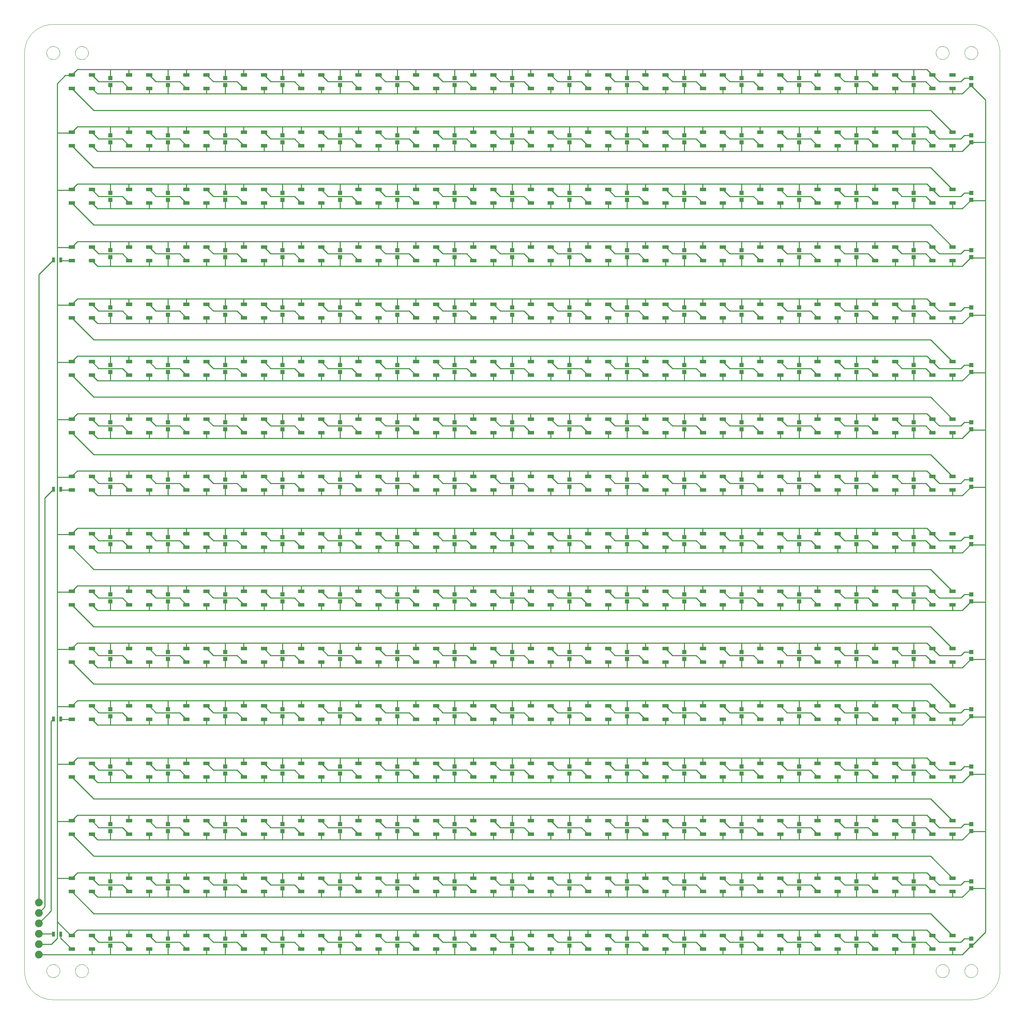
<source format=gtl>
G75*
%MOIN*%
%OFA0B0*%
%FSLAX24Y24*%
%IPPOS*%
%LPD*%
%AMOC8*
5,1,8,0,0,1.08239X$1,22.5*
%
%ADD10C,0.0000*%
%ADD11R,0.0394X0.0433*%
%ADD12R,0.0591X0.0354*%
%ADD13C,0.0740*%
%ADD14R,0.0315X0.0472*%
%ADD15C,0.0100*%
D10*
X000109Y002856D02*
X000109Y091045D01*
X002235Y091045D02*
X002237Y091095D01*
X002243Y091145D01*
X002253Y091194D01*
X002267Y091242D01*
X002284Y091289D01*
X002305Y091334D01*
X002330Y091378D01*
X002358Y091419D01*
X002390Y091458D01*
X002424Y091495D01*
X002461Y091529D01*
X002501Y091559D01*
X002543Y091586D01*
X002587Y091610D01*
X002633Y091631D01*
X002680Y091647D01*
X002728Y091660D01*
X002778Y091669D01*
X002827Y091674D01*
X002878Y091675D01*
X002928Y091672D01*
X002977Y091665D01*
X003026Y091654D01*
X003074Y091639D01*
X003120Y091621D01*
X003165Y091599D01*
X003208Y091573D01*
X003249Y091544D01*
X003288Y091512D01*
X003324Y091477D01*
X003356Y091439D01*
X003386Y091399D01*
X003413Y091356D01*
X003436Y091312D01*
X003455Y091266D01*
X003471Y091218D01*
X003483Y091169D01*
X003491Y091120D01*
X003495Y091070D01*
X003495Y091020D01*
X003491Y090970D01*
X003483Y090921D01*
X003471Y090872D01*
X003455Y090824D01*
X003436Y090778D01*
X003413Y090734D01*
X003386Y090691D01*
X003356Y090651D01*
X003324Y090613D01*
X003288Y090578D01*
X003249Y090546D01*
X003208Y090517D01*
X003165Y090491D01*
X003120Y090469D01*
X003074Y090451D01*
X003026Y090436D01*
X002977Y090425D01*
X002928Y090418D01*
X002878Y090415D01*
X002827Y090416D01*
X002778Y090421D01*
X002728Y090430D01*
X002680Y090443D01*
X002633Y090459D01*
X002587Y090480D01*
X002543Y090504D01*
X002501Y090531D01*
X002461Y090561D01*
X002424Y090595D01*
X002390Y090632D01*
X002358Y090671D01*
X002330Y090712D01*
X002305Y090756D01*
X002284Y090801D01*
X002267Y090848D01*
X002253Y090896D01*
X002243Y090945D01*
X002237Y090995D01*
X002235Y091045D01*
X000109Y091045D02*
X000111Y091148D01*
X000117Y091251D01*
X000126Y091354D01*
X000140Y091456D01*
X000157Y091557D01*
X000178Y091658D01*
X000203Y091758D01*
X000231Y091857D01*
X000264Y091955D01*
X000300Y092052D01*
X000339Y092147D01*
X000382Y092241D01*
X000428Y092333D01*
X000478Y092423D01*
X000531Y092511D01*
X000588Y092598D01*
X000648Y092682D01*
X000710Y092763D01*
X000776Y092843D01*
X000845Y092920D01*
X000916Y092994D01*
X000990Y093065D01*
X001067Y093134D01*
X001147Y093200D01*
X001228Y093262D01*
X001312Y093322D01*
X001399Y093379D01*
X001487Y093432D01*
X001577Y093482D01*
X001669Y093528D01*
X001763Y093571D01*
X001858Y093610D01*
X001955Y093646D01*
X002053Y093679D01*
X002152Y093707D01*
X002252Y093732D01*
X002353Y093753D01*
X002454Y093770D01*
X002556Y093784D01*
X002659Y093793D01*
X002762Y093799D01*
X002865Y093801D01*
X091054Y093801D01*
X090424Y091045D02*
X090426Y091095D01*
X090432Y091145D01*
X090442Y091194D01*
X090456Y091242D01*
X090473Y091289D01*
X090494Y091334D01*
X090519Y091378D01*
X090547Y091419D01*
X090579Y091458D01*
X090613Y091495D01*
X090650Y091529D01*
X090690Y091559D01*
X090732Y091586D01*
X090776Y091610D01*
X090822Y091631D01*
X090869Y091647D01*
X090917Y091660D01*
X090967Y091669D01*
X091016Y091674D01*
X091067Y091675D01*
X091117Y091672D01*
X091166Y091665D01*
X091215Y091654D01*
X091263Y091639D01*
X091309Y091621D01*
X091354Y091599D01*
X091397Y091573D01*
X091438Y091544D01*
X091477Y091512D01*
X091513Y091477D01*
X091545Y091439D01*
X091575Y091399D01*
X091602Y091356D01*
X091625Y091312D01*
X091644Y091266D01*
X091660Y091218D01*
X091672Y091169D01*
X091680Y091120D01*
X091684Y091070D01*
X091684Y091020D01*
X091680Y090970D01*
X091672Y090921D01*
X091660Y090872D01*
X091644Y090824D01*
X091625Y090778D01*
X091602Y090734D01*
X091575Y090691D01*
X091545Y090651D01*
X091513Y090613D01*
X091477Y090578D01*
X091438Y090546D01*
X091397Y090517D01*
X091354Y090491D01*
X091309Y090469D01*
X091263Y090451D01*
X091215Y090436D01*
X091166Y090425D01*
X091117Y090418D01*
X091067Y090415D01*
X091016Y090416D01*
X090967Y090421D01*
X090917Y090430D01*
X090869Y090443D01*
X090822Y090459D01*
X090776Y090480D01*
X090732Y090504D01*
X090690Y090531D01*
X090650Y090561D01*
X090613Y090595D01*
X090579Y090632D01*
X090547Y090671D01*
X090519Y090712D01*
X090494Y090756D01*
X090473Y090801D01*
X090456Y090848D01*
X090442Y090896D01*
X090432Y090945D01*
X090426Y090995D01*
X090424Y091045D01*
X091054Y093801D02*
X091157Y093799D01*
X091260Y093793D01*
X091363Y093784D01*
X091465Y093770D01*
X091566Y093753D01*
X091667Y093732D01*
X091767Y093707D01*
X091866Y093679D01*
X091964Y093646D01*
X092061Y093610D01*
X092156Y093571D01*
X092250Y093528D01*
X092342Y093482D01*
X092432Y093432D01*
X092520Y093379D01*
X092607Y093322D01*
X092691Y093262D01*
X092772Y093200D01*
X092852Y093134D01*
X092929Y093065D01*
X093003Y092994D01*
X093074Y092920D01*
X093143Y092843D01*
X093209Y092763D01*
X093271Y092682D01*
X093331Y092598D01*
X093388Y092511D01*
X093441Y092423D01*
X093491Y092333D01*
X093537Y092241D01*
X093580Y092147D01*
X093619Y092052D01*
X093655Y091955D01*
X093688Y091857D01*
X093716Y091758D01*
X093741Y091658D01*
X093762Y091557D01*
X093779Y091456D01*
X093793Y091354D01*
X093802Y091251D01*
X093808Y091148D01*
X093810Y091045D01*
X093810Y002856D01*
X090424Y002856D02*
X090426Y002906D01*
X090432Y002956D01*
X090442Y003005D01*
X090456Y003053D01*
X090473Y003100D01*
X090494Y003145D01*
X090519Y003189D01*
X090547Y003230D01*
X090579Y003269D01*
X090613Y003306D01*
X090650Y003340D01*
X090690Y003370D01*
X090732Y003397D01*
X090776Y003421D01*
X090822Y003442D01*
X090869Y003458D01*
X090917Y003471D01*
X090967Y003480D01*
X091016Y003485D01*
X091067Y003486D01*
X091117Y003483D01*
X091166Y003476D01*
X091215Y003465D01*
X091263Y003450D01*
X091309Y003432D01*
X091354Y003410D01*
X091397Y003384D01*
X091438Y003355D01*
X091477Y003323D01*
X091513Y003288D01*
X091545Y003250D01*
X091575Y003210D01*
X091602Y003167D01*
X091625Y003123D01*
X091644Y003077D01*
X091660Y003029D01*
X091672Y002980D01*
X091680Y002931D01*
X091684Y002881D01*
X091684Y002831D01*
X091680Y002781D01*
X091672Y002732D01*
X091660Y002683D01*
X091644Y002635D01*
X091625Y002589D01*
X091602Y002545D01*
X091575Y002502D01*
X091545Y002462D01*
X091513Y002424D01*
X091477Y002389D01*
X091438Y002357D01*
X091397Y002328D01*
X091354Y002302D01*
X091309Y002280D01*
X091263Y002262D01*
X091215Y002247D01*
X091166Y002236D01*
X091117Y002229D01*
X091067Y002226D01*
X091016Y002227D01*
X090967Y002232D01*
X090917Y002241D01*
X090869Y002254D01*
X090822Y002270D01*
X090776Y002291D01*
X090732Y002315D01*
X090690Y002342D01*
X090650Y002372D01*
X090613Y002406D01*
X090579Y002443D01*
X090547Y002482D01*
X090519Y002523D01*
X090494Y002567D01*
X090473Y002612D01*
X090456Y002659D01*
X090442Y002707D01*
X090432Y002756D01*
X090426Y002806D01*
X090424Y002856D01*
X091054Y000100D02*
X091157Y000102D01*
X091260Y000108D01*
X091363Y000117D01*
X091465Y000131D01*
X091566Y000148D01*
X091667Y000169D01*
X091767Y000194D01*
X091866Y000222D01*
X091964Y000255D01*
X092061Y000291D01*
X092156Y000330D01*
X092250Y000373D01*
X092342Y000419D01*
X092432Y000469D01*
X092520Y000522D01*
X092607Y000579D01*
X092691Y000639D01*
X092772Y000701D01*
X092852Y000767D01*
X092929Y000836D01*
X093003Y000907D01*
X093074Y000981D01*
X093143Y001058D01*
X093209Y001138D01*
X093271Y001219D01*
X093331Y001303D01*
X093388Y001390D01*
X093441Y001478D01*
X093491Y001568D01*
X093537Y001660D01*
X093580Y001754D01*
X093619Y001849D01*
X093655Y001946D01*
X093688Y002044D01*
X093716Y002143D01*
X093741Y002243D01*
X093762Y002344D01*
X093779Y002445D01*
X093793Y002547D01*
X093802Y002650D01*
X093808Y002753D01*
X093810Y002856D01*
X091054Y000100D02*
X002865Y000100D01*
X002235Y002856D02*
X002237Y002906D01*
X002243Y002956D01*
X002253Y003005D01*
X002267Y003053D01*
X002284Y003100D01*
X002305Y003145D01*
X002330Y003189D01*
X002358Y003230D01*
X002390Y003269D01*
X002424Y003306D01*
X002461Y003340D01*
X002501Y003370D01*
X002543Y003397D01*
X002587Y003421D01*
X002633Y003442D01*
X002680Y003458D01*
X002728Y003471D01*
X002778Y003480D01*
X002827Y003485D01*
X002878Y003486D01*
X002928Y003483D01*
X002977Y003476D01*
X003026Y003465D01*
X003074Y003450D01*
X003120Y003432D01*
X003165Y003410D01*
X003208Y003384D01*
X003249Y003355D01*
X003288Y003323D01*
X003324Y003288D01*
X003356Y003250D01*
X003386Y003210D01*
X003413Y003167D01*
X003436Y003123D01*
X003455Y003077D01*
X003471Y003029D01*
X003483Y002980D01*
X003491Y002931D01*
X003495Y002881D01*
X003495Y002831D01*
X003491Y002781D01*
X003483Y002732D01*
X003471Y002683D01*
X003455Y002635D01*
X003436Y002589D01*
X003413Y002545D01*
X003386Y002502D01*
X003356Y002462D01*
X003324Y002424D01*
X003288Y002389D01*
X003249Y002357D01*
X003208Y002328D01*
X003165Y002302D01*
X003120Y002280D01*
X003074Y002262D01*
X003026Y002247D01*
X002977Y002236D01*
X002928Y002229D01*
X002878Y002226D01*
X002827Y002227D01*
X002778Y002232D01*
X002728Y002241D01*
X002680Y002254D01*
X002633Y002270D01*
X002587Y002291D01*
X002543Y002315D01*
X002501Y002342D01*
X002461Y002372D01*
X002424Y002406D01*
X002390Y002443D01*
X002358Y002482D01*
X002330Y002523D01*
X002305Y002567D01*
X002284Y002612D01*
X002267Y002659D01*
X002253Y002707D01*
X002243Y002756D01*
X002237Y002806D01*
X002235Y002856D01*
X000109Y002856D02*
X000111Y002753D01*
X000117Y002650D01*
X000126Y002547D01*
X000140Y002445D01*
X000157Y002344D01*
X000178Y002243D01*
X000203Y002143D01*
X000231Y002044D01*
X000264Y001946D01*
X000300Y001849D01*
X000339Y001754D01*
X000382Y001660D01*
X000428Y001568D01*
X000478Y001478D01*
X000531Y001390D01*
X000588Y001303D01*
X000648Y001219D01*
X000710Y001138D01*
X000776Y001058D01*
X000845Y000981D01*
X000916Y000907D01*
X000990Y000836D01*
X001067Y000767D01*
X001147Y000701D01*
X001228Y000639D01*
X001312Y000579D01*
X001399Y000522D01*
X001487Y000469D01*
X001577Y000419D01*
X001669Y000373D01*
X001763Y000330D01*
X001858Y000291D01*
X001955Y000255D01*
X002053Y000222D01*
X002152Y000194D01*
X002252Y000169D01*
X002353Y000148D01*
X002454Y000131D01*
X002556Y000117D01*
X002659Y000108D01*
X002762Y000102D01*
X002865Y000100D01*
X004991Y002856D02*
X004993Y002906D01*
X004999Y002956D01*
X005009Y003005D01*
X005023Y003053D01*
X005040Y003100D01*
X005061Y003145D01*
X005086Y003189D01*
X005114Y003230D01*
X005146Y003269D01*
X005180Y003306D01*
X005217Y003340D01*
X005257Y003370D01*
X005299Y003397D01*
X005343Y003421D01*
X005389Y003442D01*
X005436Y003458D01*
X005484Y003471D01*
X005534Y003480D01*
X005583Y003485D01*
X005634Y003486D01*
X005684Y003483D01*
X005733Y003476D01*
X005782Y003465D01*
X005830Y003450D01*
X005876Y003432D01*
X005921Y003410D01*
X005964Y003384D01*
X006005Y003355D01*
X006044Y003323D01*
X006080Y003288D01*
X006112Y003250D01*
X006142Y003210D01*
X006169Y003167D01*
X006192Y003123D01*
X006211Y003077D01*
X006227Y003029D01*
X006239Y002980D01*
X006247Y002931D01*
X006251Y002881D01*
X006251Y002831D01*
X006247Y002781D01*
X006239Y002732D01*
X006227Y002683D01*
X006211Y002635D01*
X006192Y002589D01*
X006169Y002545D01*
X006142Y002502D01*
X006112Y002462D01*
X006080Y002424D01*
X006044Y002389D01*
X006005Y002357D01*
X005964Y002328D01*
X005921Y002302D01*
X005876Y002280D01*
X005830Y002262D01*
X005782Y002247D01*
X005733Y002236D01*
X005684Y002229D01*
X005634Y002226D01*
X005583Y002227D01*
X005534Y002232D01*
X005484Y002241D01*
X005436Y002254D01*
X005389Y002270D01*
X005343Y002291D01*
X005299Y002315D01*
X005257Y002342D01*
X005217Y002372D01*
X005180Y002406D01*
X005146Y002443D01*
X005114Y002482D01*
X005086Y002523D01*
X005061Y002567D01*
X005040Y002612D01*
X005023Y002659D01*
X005009Y002707D01*
X004999Y002756D01*
X004993Y002806D01*
X004991Y002856D01*
X087668Y002856D02*
X087670Y002906D01*
X087676Y002956D01*
X087686Y003005D01*
X087700Y003053D01*
X087717Y003100D01*
X087738Y003145D01*
X087763Y003189D01*
X087791Y003230D01*
X087823Y003269D01*
X087857Y003306D01*
X087894Y003340D01*
X087934Y003370D01*
X087976Y003397D01*
X088020Y003421D01*
X088066Y003442D01*
X088113Y003458D01*
X088161Y003471D01*
X088211Y003480D01*
X088260Y003485D01*
X088311Y003486D01*
X088361Y003483D01*
X088410Y003476D01*
X088459Y003465D01*
X088507Y003450D01*
X088553Y003432D01*
X088598Y003410D01*
X088641Y003384D01*
X088682Y003355D01*
X088721Y003323D01*
X088757Y003288D01*
X088789Y003250D01*
X088819Y003210D01*
X088846Y003167D01*
X088869Y003123D01*
X088888Y003077D01*
X088904Y003029D01*
X088916Y002980D01*
X088924Y002931D01*
X088928Y002881D01*
X088928Y002831D01*
X088924Y002781D01*
X088916Y002732D01*
X088904Y002683D01*
X088888Y002635D01*
X088869Y002589D01*
X088846Y002545D01*
X088819Y002502D01*
X088789Y002462D01*
X088757Y002424D01*
X088721Y002389D01*
X088682Y002357D01*
X088641Y002328D01*
X088598Y002302D01*
X088553Y002280D01*
X088507Y002262D01*
X088459Y002247D01*
X088410Y002236D01*
X088361Y002229D01*
X088311Y002226D01*
X088260Y002227D01*
X088211Y002232D01*
X088161Y002241D01*
X088113Y002254D01*
X088066Y002270D01*
X088020Y002291D01*
X087976Y002315D01*
X087934Y002342D01*
X087894Y002372D01*
X087857Y002406D01*
X087823Y002443D01*
X087791Y002482D01*
X087763Y002523D01*
X087738Y002567D01*
X087717Y002612D01*
X087700Y002659D01*
X087686Y002707D01*
X087676Y002756D01*
X087670Y002806D01*
X087668Y002856D01*
X087668Y091045D02*
X087670Y091095D01*
X087676Y091145D01*
X087686Y091194D01*
X087700Y091242D01*
X087717Y091289D01*
X087738Y091334D01*
X087763Y091378D01*
X087791Y091419D01*
X087823Y091458D01*
X087857Y091495D01*
X087894Y091529D01*
X087934Y091559D01*
X087976Y091586D01*
X088020Y091610D01*
X088066Y091631D01*
X088113Y091647D01*
X088161Y091660D01*
X088211Y091669D01*
X088260Y091674D01*
X088311Y091675D01*
X088361Y091672D01*
X088410Y091665D01*
X088459Y091654D01*
X088507Y091639D01*
X088553Y091621D01*
X088598Y091599D01*
X088641Y091573D01*
X088682Y091544D01*
X088721Y091512D01*
X088757Y091477D01*
X088789Y091439D01*
X088819Y091399D01*
X088846Y091356D01*
X088869Y091312D01*
X088888Y091266D01*
X088904Y091218D01*
X088916Y091169D01*
X088924Y091120D01*
X088928Y091070D01*
X088928Y091020D01*
X088924Y090970D01*
X088916Y090921D01*
X088904Y090872D01*
X088888Y090824D01*
X088869Y090778D01*
X088846Y090734D01*
X088819Y090691D01*
X088789Y090651D01*
X088757Y090613D01*
X088721Y090578D01*
X088682Y090546D01*
X088641Y090517D01*
X088598Y090491D01*
X088553Y090469D01*
X088507Y090451D01*
X088459Y090436D01*
X088410Y090425D01*
X088361Y090418D01*
X088311Y090415D01*
X088260Y090416D01*
X088211Y090421D01*
X088161Y090430D01*
X088113Y090443D01*
X088066Y090459D01*
X088020Y090480D01*
X087976Y090504D01*
X087934Y090531D01*
X087894Y090561D01*
X087857Y090595D01*
X087823Y090632D01*
X087791Y090671D01*
X087763Y090712D01*
X087738Y090756D01*
X087717Y090801D01*
X087700Y090848D01*
X087686Y090896D01*
X087676Y090945D01*
X087670Y090995D01*
X087668Y091045D01*
X004991Y091045D02*
X004993Y091095D01*
X004999Y091145D01*
X005009Y091194D01*
X005023Y091242D01*
X005040Y091289D01*
X005061Y091334D01*
X005086Y091378D01*
X005114Y091419D01*
X005146Y091458D01*
X005180Y091495D01*
X005217Y091529D01*
X005257Y091559D01*
X005299Y091586D01*
X005343Y091610D01*
X005389Y091631D01*
X005436Y091647D01*
X005484Y091660D01*
X005534Y091669D01*
X005583Y091674D01*
X005634Y091675D01*
X005684Y091672D01*
X005733Y091665D01*
X005782Y091654D01*
X005830Y091639D01*
X005876Y091621D01*
X005921Y091599D01*
X005964Y091573D01*
X006005Y091544D01*
X006044Y091512D01*
X006080Y091477D01*
X006112Y091439D01*
X006142Y091399D01*
X006169Y091356D01*
X006192Y091312D01*
X006211Y091266D01*
X006227Y091218D01*
X006239Y091169D01*
X006247Y091120D01*
X006251Y091070D01*
X006251Y091020D01*
X006247Y090970D01*
X006239Y090921D01*
X006227Y090872D01*
X006211Y090824D01*
X006192Y090778D01*
X006169Y090734D01*
X006142Y090691D01*
X006112Y090651D01*
X006080Y090613D01*
X006044Y090578D01*
X006005Y090546D01*
X005964Y090517D01*
X005921Y090491D01*
X005876Y090469D01*
X005830Y090451D01*
X005782Y090436D01*
X005733Y090425D01*
X005684Y090418D01*
X005634Y090415D01*
X005583Y090416D01*
X005534Y090421D01*
X005484Y090430D01*
X005436Y090443D01*
X005389Y090459D01*
X005343Y090480D01*
X005299Y090504D01*
X005257Y090531D01*
X005217Y090561D01*
X005180Y090595D01*
X005146Y090632D01*
X005114Y090671D01*
X005086Y090712D01*
X005061Y090756D01*
X005040Y090801D01*
X005023Y090848D01*
X005009Y090896D01*
X004999Y090945D01*
X004993Y090995D01*
X004991Y091045D01*
D11*
X008376Y088624D03*
X008376Y087954D03*
X008376Y083112D03*
X008376Y082443D03*
X008376Y077600D03*
X008376Y076931D03*
X008376Y072088D03*
X008376Y071419D03*
X008376Y066576D03*
X008376Y065907D03*
X008376Y061065D03*
X008376Y060395D03*
X008376Y055553D03*
X008376Y054883D03*
X008376Y050041D03*
X008376Y049372D03*
X008376Y044529D03*
X008376Y043860D03*
X008376Y039017D03*
X008376Y038348D03*
X008376Y033506D03*
X008376Y032836D03*
X008376Y027994D03*
X008376Y027324D03*
X008376Y022482D03*
X008376Y021813D03*
X008376Y016970D03*
X008376Y016301D03*
X008376Y011458D03*
X008376Y010789D03*
X008376Y005946D03*
X008376Y005277D03*
X013888Y005277D03*
X013888Y005946D03*
X013888Y010789D03*
X013888Y011458D03*
X013888Y016301D03*
X013888Y016970D03*
X013888Y021813D03*
X013888Y022482D03*
X013888Y027324D03*
X013888Y027994D03*
X013888Y032836D03*
X013888Y033506D03*
X013888Y038348D03*
X013888Y039017D03*
X013888Y043860D03*
X013888Y044529D03*
X013888Y049372D03*
X013888Y050041D03*
X013888Y054883D03*
X013888Y055553D03*
X013888Y060395D03*
X013888Y061065D03*
X013888Y065907D03*
X013888Y066576D03*
X013888Y071419D03*
X013888Y072088D03*
X013888Y076931D03*
X013888Y077600D03*
X013888Y082443D03*
X013888Y083112D03*
X013888Y087954D03*
X013888Y088624D03*
X019400Y088624D03*
X019400Y087954D03*
X019400Y083112D03*
X019400Y082443D03*
X019400Y077600D03*
X019400Y076931D03*
X019400Y072088D03*
X019400Y071419D03*
X019400Y066576D03*
X019400Y065907D03*
X019400Y061065D03*
X019400Y060395D03*
X019400Y055553D03*
X019400Y054883D03*
X019400Y050041D03*
X019400Y049372D03*
X019400Y044529D03*
X019400Y043860D03*
X019400Y039017D03*
X019400Y038348D03*
X019400Y033506D03*
X019400Y032836D03*
X019400Y027994D03*
X019400Y027324D03*
X019400Y022482D03*
X019400Y021813D03*
X019400Y016970D03*
X019400Y016301D03*
X019400Y011458D03*
X019400Y010789D03*
X019400Y005946D03*
X019400Y005277D03*
X024912Y005277D03*
X024912Y005946D03*
X024912Y010789D03*
X024912Y011458D03*
X024912Y016301D03*
X024912Y016970D03*
X024912Y021813D03*
X024912Y022482D03*
X024912Y027324D03*
X024912Y027994D03*
X024912Y032836D03*
X024912Y033506D03*
X024912Y038348D03*
X024912Y039017D03*
X024912Y043860D03*
X024912Y044529D03*
X024912Y049372D03*
X024912Y050041D03*
X024912Y054883D03*
X024912Y055553D03*
X024912Y060395D03*
X024912Y061065D03*
X024912Y065907D03*
X024912Y066576D03*
X024912Y071419D03*
X024912Y072088D03*
X024912Y076931D03*
X024912Y077600D03*
X024912Y082443D03*
X024912Y083112D03*
X024912Y087954D03*
X024912Y088624D03*
X030424Y088624D03*
X030424Y087954D03*
X030424Y083112D03*
X030424Y082443D03*
X030424Y077600D03*
X030424Y076931D03*
X030424Y072088D03*
X030424Y071419D03*
X030424Y066576D03*
X030424Y065907D03*
X030424Y061065D03*
X030424Y060395D03*
X030424Y055553D03*
X030424Y054883D03*
X030424Y050041D03*
X030424Y049372D03*
X030424Y044529D03*
X030424Y043860D03*
X030424Y039017D03*
X030424Y038348D03*
X030424Y033506D03*
X030424Y032836D03*
X030424Y027994D03*
X030424Y027324D03*
X030424Y022482D03*
X030424Y021813D03*
X030424Y016970D03*
X030424Y016301D03*
X030424Y011458D03*
X030424Y010789D03*
X030424Y005946D03*
X030424Y005277D03*
X035935Y005277D03*
X035935Y005946D03*
X035935Y010789D03*
X035935Y011458D03*
X035935Y016301D03*
X035935Y016970D03*
X035935Y021813D03*
X035935Y022482D03*
X035935Y027324D03*
X035935Y027994D03*
X035935Y032836D03*
X035935Y033506D03*
X035935Y038348D03*
X035935Y039017D03*
X035935Y043860D03*
X035935Y044529D03*
X035935Y049372D03*
X035935Y050041D03*
X035935Y054883D03*
X035935Y055553D03*
X035935Y060395D03*
X035935Y061065D03*
X035935Y065907D03*
X035935Y066576D03*
X035935Y071419D03*
X035935Y072088D03*
X035935Y076931D03*
X035935Y077600D03*
X035935Y082443D03*
X035935Y083112D03*
X035935Y087954D03*
X035935Y088624D03*
X041447Y088624D03*
X041447Y087954D03*
X041447Y083112D03*
X041447Y082443D03*
X041447Y077600D03*
X041447Y076931D03*
X041447Y072088D03*
X041447Y071419D03*
X041447Y066576D03*
X041447Y065907D03*
X041447Y061065D03*
X041447Y060395D03*
X041447Y055553D03*
X041447Y054883D03*
X041447Y050041D03*
X041447Y049372D03*
X041447Y044529D03*
X041447Y043860D03*
X041447Y039017D03*
X041447Y038348D03*
X041447Y033506D03*
X041447Y032836D03*
X041447Y027994D03*
X041447Y027324D03*
X041447Y022482D03*
X041447Y021813D03*
X041447Y016970D03*
X041447Y016301D03*
X041447Y011458D03*
X041447Y010789D03*
X041447Y005946D03*
X041447Y005277D03*
X046959Y005277D03*
X046959Y005946D03*
X046959Y010789D03*
X046959Y011458D03*
X046959Y016301D03*
X046959Y016970D03*
X046959Y021813D03*
X046959Y022482D03*
X052471Y022482D03*
X052471Y021813D03*
X052471Y016970D03*
X052471Y016301D03*
X052471Y011458D03*
X052471Y010789D03*
X052471Y005946D03*
X052471Y005277D03*
X057983Y005277D03*
X057983Y005946D03*
X057983Y010789D03*
X057983Y011458D03*
X057983Y016301D03*
X057983Y016970D03*
X057983Y021813D03*
X057983Y022482D03*
X057983Y027324D03*
X057983Y027994D03*
X057983Y032836D03*
X057983Y033506D03*
X057983Y038348D03*
X057983Y039017D03*
X057983Y043860D03*
X057983Y044529D03*
X057983Y049372D03*
X057983Y050041D03*
X057983Y054883D03*
X057983Y055553D03*
X057983Y060395D03*
X057983Y061065D03*
X057983Y065907D03*
X057983Y066576D03*
X057983Y071419D03*
X057983Y072088D03*
X057983Y076931D03*
X057983Y077600D03*
X057983Y082443D03*
X057983Y083112D03*
X057983Y087954D03*
X057983Y088624D03*
X063495Y088624D03*
X063495Y087954D03*
X063495Y083112D03*
X063495Y082443D03*
X063495Y077600D03*
X063495Y076931D03*
X063495Y072088D03*
X063495Y071419D03*
X063495Y066576D03*
X063495Y065907D03*
X063495Y061065D03*
X063495Y060395D03*
X063495Y055553D03*
X063495Y054883D03*
X063495Y050041D03*
X063495Y049372D03*
X063495Y044529D03*
X063495Y043860D03*
X063495Y039017D03*
X063495Y038348D03*
X063495Y033506D03*
X063495Y032836D03*
X063495Y027994D03*
X063495Y027324D03*
X063495Y022482D03*
X063495Y021813D03*
X063495Y016970D03*
X063495Y016301D03*
X063495Y011458D03*
X063495Y010789D03*
X063495Y005946D03*
X063495Y005277D03*
X069006Y005277D03*
X069006Y005946D03*
X069006Y010789D03*
X069006Y011458D03*
X069006Y016301D03*
X069006Y016970D03*
X069006Y021813D03*
X069006Y022482D03*
X069006Y027324D03*
X069006Y027994D03*
X069006Y032836D03*
X069006Y033506D03*
X069006Y038348D03*
X069006Y039017D03*
X069006Y043860D03*
X069006Y044529D03*
X069006Y049372D03*
X069006Y050041D03*
X069006Y054883D03*
X069006Y055553D03*
X069006Y060395D03*
X069006Y061065D03*
X069006Y065907D03*
X069006Y066576D03*
X069006Y071419D03*
X069006Y072088D03*
X069006Y076931D03*
X069006Y077600D03*
X069006Y082443D03*
X069006Y083112D03*
X069006Y087954D03*
X069006Y088624D03*
X074518Y088624D03*
X074518Y087954D03*
X074518Y083112D03*
X074518Y082443D03*
X074518Y077600D03*
X074518Y076931D03*
X074518Y072088D03*
X074518Y071419D03*
X074518Y066576D03*
X074518Y065907D03*
X074518Y061065D03*
X074518Y060395D03*
X074518Y055553D03*
X074518Y054883D03*
X074518Y050041D03*
X074518Y049372D03*
X074518Y044529D03*
X074518Y043860D03*
X074518Y039017D03*
X074518Y038348D03*
X074518Y033506D03*
X074518Y032836D03*
X074518Y027994D03*
X074518Y027324D03*
X074518Y022482D03*
X074518Y021813D03*
X074518Y016970D03*
X074518Y016301D03*
X074518Y011458D03*
X074518Y010789D03*
X074518Y005946D03*
X074518Y005277D03*
X080030Y005277D03*
X080030Y005946D03*
X080030Y010789D03*
X080030Y011458D03*
X080030Y016301D03*
X080030Y016970D03*
X080030Y021813D03*
X080030Y022482D03*
X080030Y027324D03*
X080030Y027994D03*
X080030Y032836D03*
X080030Y033506D03*
X080030Y038348D03*
X080030Y039017D03*
X080030Y043860D03*
X080030Y044529D03*
X080030Y049372D03*
X080030Y050041D03*
X080030Y054883D03*
X080030Y055553D03*
X080030Y060395D03*
X080030Y061065D03*
X080030Y065907D03*
X080030Y066576D03*
X080030Y071419D03*
X080030Y072088D03*
X080030Y076931D03*
X080030Y077600D03*
X080030Y082443D03*
X080030Y083112D03*
X080030Y087954D03*
X080030Y088624D03*
X085542Y088624D03*
X085542Y087954D03*
X085542Y083112D03*
X085542Y082443D03*
X085542Y077600D03*
X085542Y076931D03*
X085542Y072088D03*
X085542Y071419D03*
X091054Y071419D03*
X091054Y072088D03*
X091054Y076931D03*
X091054Y077600D03*
X091054Y082443D03*
X091054Y083112D03*
X091054Y087954D03*
X091054Y088624D03*
X091054Y066576D03*
X091054Y065907D03*
X091054Y061065D03*
X091054Y060395D03*
X091054Y055553D03*
X091054Y054883D03*
X091054Y050041D03*
X091054Y049372D03*
X091054Y044529D03*
X091054Y043860D03*
X091054Y039017D03*
X091054Y038348D03*
X091054Y033506D03*
X091054Y032836D03*
X091054Y027994D03*
X091054Y027324D03*
X085542Y027324D03*
X085542Y027994D03*
X085542Y032836D03*
X085542Y033506D03*
X085542Y038348D03*
X085542Y039017D03*
X085542Y043860D03*
X085542Y044529D03*
X085542Y049372D03*
X085542Y050041D03*
X085542Y054883D03*
X085542Y055553D03*
X085542Y060395D03*
X085542Y061065D03*
X085542Y065907D03*
X085542Y066576D03*
X052471Y066576D03*
X052471Y065907D03*
X052471Y061065D03*
X052471Y060395D03*
X052471Y055553D03*
X052471Y054883D03*
X052471Y050041D03*
X052471Y049372D03*
X052471Y044529D03*
X052471Y043860D03*
X052471Y039017D03*
X052471Y038348D03*
X052471Y033506D03*
X052471Y032836D03*
X052471Y027994D03*
X052471Y027324D03*
X046959Y027324D03*
X046959Y027994D03*
X046959Y032836D03*
X046959Y033506D03*
X046959Y038348D03*
X046959Y039017D03*
X046959Y043860D03*
X046959Y044529D03*
X046959Y049372D03*
X046959Y050041D03*
X046959Y054883D03*
X046959Y055553D03*
X046959Y060395D03*
X046959Y061065D03*
X046959Y065907D03*
X046959Y066576D03*
X046959Y071419D03*
X046959Y072088D03*
X046959Y076931D03*
X046959Y077600D03*
X046959Y082443D03*
X046959Y083112D03*
X046959Y087954D03*
X046959Y088624D03*
X052471Y088624D03*
X052471Y087954D03*
X052471Y083112D03*
X052471Y082443D03*
X052471Y077600D03*
X052471Y076931D03*
X052471Y072088D03*
X052471Y071419D03*
X085542Y022482D03*
X085542Y021813D03*
X085542Y016970D03*
X085542Y016301D03*
X085542Y011458D03*
X085542Y010789D03*
X085542Y005946D03*
X085542Y005277D03*
X091054Y005277D03*
X091054Y005946D03*
X091054Y010789D03*
X091054Y011458D03*
X091054Y016301D03*
X091054Y016970D03*
X091054Y021813D03*
X091054Y022482D03*
D12*
X089262Y022797D03*
X089262Y021498D03*
X087333Y021498D03*
X087333Y022797D03*
X083750Y022797D03*
X083750Y021498D03*
X081821Y021498D03*
X081821Y022797D03*
X078239Y022797D03*
X078239Y021498D03*
X076310Y021498D03*
X076310Y022797D03*
X072727Y022797D03*
X072727Y021498D03*
X070798Y021498D03*
X070798Y022797D03*
X067215Y022797D03*
X067215Y021498D03*
X065286Y021498D03*
X065286Y022797D03*
X061703Y022797D03*
X061703Y021498D03*
X059774Y021498D03*
X059774Y022797D03*
X056191Y022797D03*
X056191Y021498D03*
X054262Y021498D03*
X054262Y022797D03*
X050680Y022797D03*
X050680Y021498D03*
X048750Y021498D03*
X048750Y022797D03*
X045168Y022797D03*
X045168Y021498D03*
X043239Y021498D03*
X043239Y022797D03*
X039656Y022797D03*
X039656Y021498D03*
X037727Y021498D03*
X037727Y022797D03*
X034144Y022797D03*
X034144Y021498D03*
X032215Y021498D03*
X032215Y022797D03*
X028632Y022797D03*
X028632Y021498D03*
X026703Y021498D03*
X026703Y022797D03*
X023121Y022797D03*
X023121Y021498D03*
X021191Y021498D03*
X021191Y022797D03*
X017609Y022797D03*
X017609Y021498D03*
X015680Y021498D03*
X015680Y022797D03*
X012097Y022797D03*
X012097Y021498D03*
X010168Y021498D03*
X010168Y022797D03*
X006585Y022797D03*
X006585Y021498D03*
X004656Y021498D03*
X004656Y022797D03*
X004656Y027009D03*
X004656Y028309D03*
X006585Y028309D03*
X006585Y027009D03*
X010168Y027009D03*
X010168Y028309D03*
X012097Y028309D03*
X012097Y027009D03*
X015680Y027009D03*
X015680Y028309D03*
X017609Y028309D03*
X017609Y027009D03*
X021191Y027009D03*
X021191Y028309D03*
X023121Y028309D03*
X023121Y027009D03*
X026703Y027009D03*
X026703Y028309D03*
X028632Y028309D03*
X028632Y027009D03*
X032215Y027009D03*
X032215Y028309D03*
X034144Y028309D03*
X034144Y027009D03*
X037727Y027009D03*
X037727Y028309D03*
X039656Y028309D03*
X039656Y027009D03*
X043239Y027009D03*
X043239Y028309D03*
X045168Y028309D03*
X045168Y027009D03*
X048750Y027009D03*
X048750Y028309D03*
X050680Y028309D03*
X050680Y027009D03*
X054262Y027009D03*
X054262Y028309D03*
X056191Y028309D03*
X056191Y027009D03*
X059774Y027009D03*
X059774Y028309D03*
X061703Y028309D03*
X061703Y027009D03*
X065286Y027009D03*
X065286Y028309D03*
X067215Y028309D03*
X067215Y027009D03*
X070798Y027009D03*
X070798Y028309D03*
X072727Y028309D03*
X072727Y027009D03*
X076310Y027009D03*
X076310Y028309D03*
X078239Y028309D03*
X078239Y027009D03*
X081821Y027009D03*
X081821Y028309D03*
X083750Y028309D03*
X083750Y027009D03*
X087333Y027009D03*
X087333Y028309D03*
X089262Y028309D03*
X089262Y027009D03*
X089262Y032521D03*
X089262Y033820D03*
X087333Y033820D03*
X087333Y032521D03*
X083750Y032521D03*
X083750Y033820D03*
X081821Y033820D03*
X081821Y032521D03*
X078239Y032521D03*
X078239Y033820D03*
X076310Y033820D03*
X076310Y032521D03*
X072727Y032521D03*
X072727Y033820D03*
X070798Y033820D03*
X070798Y032521D03*
X067215Y032521D03*
X067215Y033820D03*
X065286Y033820D03*
X065286Y032521D03*
X061703Y032521D03*
X061703Y033820D03*
X059774Y033820D03*
X059774Y032521D03*
X056191Y032521D03*
X056191Y033820D03*
X054262Y033820D03*
X054262Y032521D03*
X050680Y032521D03*
X050680Y033820D03*
X048750Y033820D03*
X048750Y032521D03*
X045168Y032521D03*
X045168Y033820D03*
X043239Y033820D03*
X043239Y032521D03*
X039656Y032521D03*
X039656Y033820D03*
X037727Y033820D03*
X037727Y032521D03*
X034144Y032521D03*
X034144Y033820D03*
X032215Y033820D03*
X032215Y032521D03*
X028632Y032521D03*
X028632Y033820D03*
X026703Y033820D03*
X026703Y032521D03*
X023121Y032521D03*
X023121Y033820D03*
X021191Y033820D03*
X021191Y032521D03*
X017609Y032521D03*
X017609Y033820D03*
X015680Y033820D03*
X015680Y032521D03*
X012097Y032521D03*
X012097Y033820D03*
X010168Y033820D03*
X010168Y032521D03*
X006585Y032521D03*
X006585Y033820D03*
X004656Y033820D03*
X004656Y032521D03*
X004656Y038033D03*
X004656Y039332D03*
X006585Y039332D03*
X006585Y038033D03*
X010168Y038033D03*
X010168Y039332D03*
X012097Y039332D03*
X012097Y038033D03*
X015680Y038033D03*
X015680Y039332D03*
X017609Y039332D03*
X017609Y038033D03*
X021191Y038033D03*
X021191Y039332D03*
X023121Y039332D03*
X023121Y038033D03*
X026703Y038033D03*
X026703Y039332D03*
X028632Y039332D03*
X028632Y038033D03*
X032215Y038033D03*
X032215Y039332D03*
X034144Y039332D03*
X034144Y038033D03*
X037727Y038033D03*
X037727Y039332D03*
X039656Y039332D03*
X039656Y038033D03*
X043239Y038033D03*
X043239Y039332D03*
X045168Y039332D03*
X045168Y038033D03*
X048750Y038033D03*
X048750Y039332D03*
X050680Y039332D03*
X050680Y038033D03*
X054262Y038033D03*
X054262Y039332D03*
X056191Y039332D03*
X056191Y038033D03*
X059774Y038033D03*
X059774Y039332D03*
X061703Y039332D03*
X061703Y038033D03*
X065286Y038033D03*
X065286Y039332D03*
X067215Y039332D03*
X067215Y038033D03*
X070798Y038033D03*
X070798Y039332D03*
X072727Y039332D03*
X072727Y038033D03*
X076310Y038033D03*
X076310Y039332D03*
X078239Y039332D03*
X078239Y038033D03*
X081821Y038033D03*
X081821Y039332D03*
X083750Y039332D03*
X083750Y038033D03*
X087333Y038033D03*
X087333Y039332D03*
X089262Y039332D03*
X089262Y038033D03*
X089262Y043545D03*
X089262Y044844D03*
X087333Y044844D03*
X087333Y043545D03*
X083750Y043545D03*
X083750Y044844D03*
X081821Y044844D03*
X081821Y043545D03*
X078239Y043545D03*
X078239Y044844D03*
X076310Y044844D03*
X076310Y043545D03*
X072727Y043545D03*
X072727Y044844D03*
X070798Y044844D03*
X070798Y043545D03*
X067215Y043545D03*
X067215Y044844D03*
X065286Y044844D03*
X065286Y043545D03*
X061703Y043545D03*
X061703Y044844D03*
X059774Y044844D03*
X059774Y043545D03*
X056191Y043545D03*
X056191Y044844D03*
X054262Y044844D03*
X054262Y043545D03*
X050680Y043545D03*
X050680Y044844D03*
X048750Y044844D03*
X048750Y043545D03*
X045168Y043545D03*
X045168Y044844D03*
X043239Y044844D03*
X043239Y043545D03*
X039656Y043545D03*
X039656Y044844D03*
X037727Y044844D03*
X037727Y043545D03*
X034144Y043545D03*
X034144Y044844D03*
X032215Y044844D03*
X032215Y043545D03*
X028632Y043545D03*
X028632Y044844D03*
X026703Y044844D03*
X026703Y043545D03*
X023121Y043545D03*
X023121Y044844D03*
X021191Y044844D03*
X021191Y043545D03*
X017609Y043545D03*
X017609Y044844D03*
X015680Y044844D03*
X015680Y043545D03*
X012097Y043545D03*
X012097Y044844D03*
X010168Y044844D03*
X010168Y043545D03*
X006585Y043545D03*
X006585Y044844D03*
X004656Y044844D03*
X004656Y043545D03*
X004656Y049057D03*
X004656Y050356D03*
X006585Y050356D03*
X006585Y049057D03*
X010168Y049057D03*
X010168Y050356D03*
X012097Y050356D03*
X012097Y049057D03*
X015680Y049057D03*
X015680Y050356D03*
X017609Y050356D03*
X017609Y049057D03*
X021191Y049057D03*
X021191Y050356D03*
X023121Y050356D03*
X023121Y049057D03*
X026703Y049057D03*
X026703Y050356D03*
X028632Y050356D03*
X028632Y049057D03*
X032215Y049057D03*
X032215Y050356D03*
X034144Y050356D03*
X034144Y049057D03*
X037727Y049057D03*
X037727Y050356D03*
X039656Y050356D03*
X039656Y049057D03*
X043239Y049057D03*
X043239Y050356D03*
X045168Y050356D03*
X045168Y049057D03*
X048750Y049057D03*
X048750Y050356D03*
X050680Y050356D03*
X050680Y049057D03*
X054262Y049057D03*
X054262Y050356D03*
X056191Y050356D03*
X056191Y049057D03*
X059774Y049057D03*
X059774Y050356D03*
X061703Y050356D03*
X061703Y049057D03*
X065286Y049057D03*
X065286Y050356D03*
X067215Y050356D03*
X067215Y049057D03*
X070798Y049057D03*
X070798Y050356D03*
X072727Y050356D03*
X072727Y049057D03*
X076310Y049057D03*
X076310Y050356D03*
X078239Y050356D03*
X078239Y049057D03*
X081821Y049057D03*
X081821Y050356D03*
X083750Y050356D03*
X083750Y049057D03*
X087333Y049057D03*
X087333Y050356D03*
X089262Y050356D03*
X089262Y049057D03*
X089262Y054569D03*
X089262Y055868D03*
X087333Y055868D03*
X087333Y054569D03*
X083750Y054569D03*
X083750Y055868D03*
X081821Y055868D03*
X081821Y054569D03*
X078239Y054569D03*
X078239Y055868D03*
X076310Y055868D03*
X076310Y054569D03*
X072727Y054569D03*
X072727Y055868D03*
X070798Y055868D03*
X070798Y054569D03*
X067215Y054569D03*
X067215Y055868D03*
X065286Y055868D03*
X065286Y054569D03*
X061703Y054569D03*
X061703Y055868D03*
X059774Y055868D03*
X059774Y054569D03*
X056191Y054569D03*
X056191Y055868D03*
X054262Y055868D03*
X054262Y054569D03*
X050680Y054569D03*
X050680Y055868D03*
X048750Y055868D03*
X048750Y054569D03*
X045168Y054569D03*
X045168Y055868D03*
X043239Y055868D03*
X043239Y054569D03*
X039656Y054569D03*
X039656Y055868D03*
X037727Y055868D03*
X037727Y054569D03*
X034144Y054569D03*
X034144Y055868D03*
X032215Y055868D03*
X032215Y054569D03*
X028632Y054569D03*
X028632Y055868D03*
X026703Y055868D03*
X026703Y054569D03*
X023121Y054569D03*
X023121Y055868D03*
X021191Y055868D03*
X021191Y054569D03*
X017609Y054569D03*
X017609Y055868D03*
X015680Y055868D03*
X015680Y054569D03*
X012097Y054569D03*
X012097Y055868D03*
X010168Y055868D03*
X010168Y054569D03*
X006585Y054569D03*
X006585Y055868D03*
X004656Y055868D03*
X004656Y054569D03*
X004656Y060080D03*
X004656Y061380D03*
X006585Y061380D03*
X006585Y060080D03*
X010168Y060080D03*
X010168Y061380D03*
X012097Y061380D03*
X012097Y060080D03*
X015680Y060080D03*
X015680Y061380D03*
X017609Y061380D03*
X017609Y060080D03*
X021191Y060080D03*
X021191Y061380D03*
X023121Y061380D03*
X023121Y060080D03*
X026703Y060080D03*
X026703Y061380D03*
X028632Y061380D03*
X028632Y060080D03*
X032215Y060080D03*
X032215Y061380D03*
X034144Y061380D03*
X034144Y060080D03*
X037727Y060080D03*
X037727Y061380D03*
X039656Y061380D03*
X039656Y060080D03*
X043239Y060080D03*
X043239Y061380D03*
X045168Y061380D03*
X045168Y060080D03*
X048750Y060080D03*
X048750Y061380D03*
X050680Y061380D03*
X050680Y060080D03*
X054262Y060080D03*
X054262Y061380D03*
X056191Y061380D03*
X056191Y060080D03*
X059774Y060080D03*
X059774Y061380D03*
X061703Y061380D03*
X061703Y060080D03*
X065286Y060080D03*
X065286Y061380D03*
X067215Y061380D03*
X067215Y060080D03*
X070798Y060080D03*
X070798Y061380D03*
X072727Y061380D03*
X072727Y060080D03*
X076310Y060080D03*
X076310Y061380D03*
X078239Y061380D03*
X078239Y060080D03*
X081821Y060080D03*
X081821Y061380D03*
X083750Y061380D03*
X083750Y060080D03*
X087333Y060080D03*
X087333Y061380D03*
X089262Y061380D03*
X089262Y060080D03*
X089262Y065592D03*
X089262Y066891D03*
X087333Y066891D03*
X087333Y065592D03*
X083750Y065592D03*
X083750Y066891D03*
X081821Y066891D03*
X081821Y065592D03*
X078239Y065592D03*
X078239Y066891D03*
X076310Y066891D03*
X076310Y065592D03*
X072727Y065592D03*
X072727Y066891D03*
X070798Y066891D03*
X070798Y065592D03*
X067215Y065592D03*
X067215Y066891D03*
X065286Y066891D03*
X065286Y065592D03*
X061703Y065592D03*
X061703Y066891D03*
X059774Y066891D03*
X059774Y065592D03*
X056191Y065592D03*
X056191Y066891D03*
X054262Y066891D03*
X054262Y065592D03*
X050680Y065592D03*
X050680Y066891D03*
X048750Y066891D03*
X048750Y065592D03*
X045168Y065592D03*
X045168Y066891D03*
X043239Y066891D03*
X043239Y065592D03*
X039656Y065592D03*
X039656Y066891D03*
X037727Y066891D03*
X037727Y065592D03*
X034144Y065592D03*
X034144Y066891D03*
X032215Y066891D03*
X032215Y065592D03*
X028632Y065592D03*
X028632Y066891D03*
X026703Y066891D03*
X026703Y065592D03*
X023121Y065592D03*
X023121Y066891D03*
X021191Y066891D03*
X021191Y065592D03*
X017609Y065592D03*
X017609Y066891D03*
X015680Y066891D03*
X015680Y065592D03*
X012097Y065592D03*
X012097Y066891D03*
X010168Y066891D03*
X010168Y065592D03*
X006585Y065592D03*
X006585Y066891D03*
X004656Y066891D03*
X004656Y065592D03*
X004656Y071104D03*
X004656Y072403D03*
X006585Y072403D03*
X006585Y071104D03*
X010168Y071104D03*
X010168Y072403D03*
X012097Y072403D03*
X012097Y071104D03*
X015680Y071104D03*
X015680Y072403D03*
X017609Y072403D03*
X017609Y071104D03*
X021191Y071104D03*
X021191Y072403D03*
X023121Y072403D03*
X023121Y071104D03*
X026703Y071104D03*
X026703Y072403D03*
X028632Y072403D03*
X028632Y071104D03*
X032215Y071104D03*
X032215Y072403D03*
X034144Y072403D03*
X034144Y071104D03*
X037727Y071104D03*
X037727Y072403D03*
X039656Y072403D03*
X039656Y071104D03*
X043239Y071104D03*
X043239Y072403D03*
X045168Y072403D03*
X045168Y071104D03*
X048750Y071104D03*
X048750Y072403D03*
X050680Y072403D03*
X050680Y071104D03*
X054262Y071104D03*
X054262Y072403D03*
X056191Y072403D03*
X056191Y071104D03*
X059774Y071104D03*
X059774Y072403D03*
X061703Y072403D03*
X061703Y071104D03*
X065286Y071104D03*
X065286Y072403D03*
X067215Y072403D03*
X067215Y071104D03*
X070798Y071104D03*
X070798Y072403D03*
X072727Y072403D03*
X072727Y071104D03*
X076310Y071104D03*
X076310Y072403D03*
X078239Y072403D03*
X078239Y071104D03*
X081821Y071104D03*
X081821Y072403D03*
X083750Y072403D03*
X083750Y071104D03*
X087333Y071104D03*
X087333Y072403D03*
X089262Y072403D03*
X089262Y071104D03*
X089262Y076616D03*
X089262Y077915D03*
X087333Y077915D03*
X087333Y076616D03*
X083750Y076616D03*
X083750Y077915D03*
X081821Y077915D03*
X081821Y076616D03*
X078239Y076616D03*
X078239Y077915D03*
X076310Y077915D03*
X076310Y076616D03*
X072727Y076616D03*
X072727Y077915D03*
X070798Y077915D03*
X070798Y076616D03*
X067215Y076616D03*
X067215Y077915D03*
X065286Y077915D03*
X065286Y076616D03*
X061703Y076616D03*
X061703Y077915D03*
X059774Y077915D03*
X059774Y076616D03*
X056191Y076616D03*
X056191Y077915D03*
X054262Y077915D03*
X054262Y076616D03*
X050680Y076616D03*
X050680Y077915D03*
X048750Y077915D03*
X048750Y076616D03*
X045168Y076616D03*
X045168Y077915D03*
X043239Y077915D03*
X043239Y076616D03*
X039656Y076616D03*
X039656Y077915D03*
X037727Y077915D03*
X037727Y076616D03*
X034144Y076616D03*
X034144Y077915D03*
X032215Y077915D03*
X032215Y076616D03*
X028632Y076616D03*
X028632Y077915D03*
X026703Y077915D03*
X026703Y076616D03*
X023121Y076616D03*
X023121Y077915D03*
X021191Y077915D03*
X021191Y076616D03*
X017609Y076616D03*
X017609Y077915D03*
X015680Y077915D03*
X015680Y076616D03*
X012097Y076616D03*
X012097Y077915D03*
X010168Y077915D03*
X010168Y076616D03*
X006585Y076616D03*
X006585Y077915D03*
X004656Y077915D03*
X004656Y076616D03*
X004656Y082128D03*
X004656Y083427D03*
X006585Y083427D03*
X006585Y082128D03*
X010168Y082128D03*
X010168Y083427D03*
X012097Y083427D03*
X012097Y082128D03*
X015680Y082128D03*
X015680Y083427D03*
X017609Y083427D03*
X017609Y082128D03*
X021191Y082128D03*
X021191Y083427D03*
X023121Y083427D03*
X023121Y082128D03*
X026703Y082128D03*
X026703Y083427D03*
X028632Y083427D03*
X028632Y082128D03*
X032215Y082128D03*
X032215Y083427D03*
X034144Y083427D03*
X034144Y082128D03*
X037727Y082128D03*
X037727Y083427D03*
X039656Y083427D03*
X039656Y082128D03*
X043239Y082128D03*
X043239Y083427D03*
X045168Y083427D03*
X045168Y082128D03*
X048750Y082128D03*
X048750Y083427D03*
X050680Y083427D03*
X050680Y082128D03*
X054262Y082128D03*
X054262Y083427D03*
X056191Y083427D03*
X056191Y082128D03*
X059774Y082128D03*
X059774Y083427D03*
X061703Y083427D03*
X061703Y082128D03*
X065286Y082128D03*
X065286Y083427D03*
X067215Y083427D03*
X067215Y082128D03*
X070798Y082128D03*
X070798Y083427D03*
X072727Y083427D03*
X072727Y082128D03*
X076310Y082128D03*
X076310Y083427D03*
X078239Y083427D03*
X078239Y082128D03*
X081821Y082128D03*
X081821Y083427D03*
X083750Y083427D03*
X083750Y082128D03*
X087333Y082128D03*
X087333Y083427D03*
X089262Y083427D03*
X089262Y082128D03*
X089262Y087639D03*
X089262Y088939D03*
X087333Y088939D03*
X087333Y087639D03*
X083750Y087639D03*
X083750Y088939D03*
X081821Y088939D03*
X081821Y087639D03*
X078239Y087639D03*
X078239Y088939D03*
X076310Y088939D03*
X076310Y087639D03*
X072727Y087639D03*
X072727Y088939D03*
X070798Y088939D03*
X070798Y087639D03*
X067215Y087639D03*
X067215Y088939D03*
X065286Y088939D03*
X065286Y087639D03*
X061703Y087639D03*
X061703Y088939D03*
X059774Y088939D03*
X059774Y087639D03*
X056191Y087639D03*
X056191Y088939D03*
X054262Y088939D03*
X054262Y087639D03*
X050680Y087639D03*
X050680Y088939D03*
X048750Y088939D03*
X048750Y087639D03*
X045168Y087639D03*
X045168Y088939D03*
X043239Y088939D03*
X043239Y087639D03*
X039656Y087639D03*
X039656Y088939D03*
X037727Y088939D03*
X037727Y087639D03*
X034144Y087639D03*
X034144Y088939D03*
X032215Y088939D03*
X032215Y087639D03*
X028632Y087639D03*
X028632Y088939D03*
X026703Y088939D03*
X026703Y087639D03*
X023121Y087639D03*
X023121Y088939D03*
X021191Y088939D03*
X021191Y087639D03*
X017609Y087639D03*
X017609Y088939D03*
X015680Y088939D03*
X015680Y087639D03*
X012097Y087639D03*
X012097Y088939D03*
X010168Y088939D03*
X010168Y087639D03*
X006585Y087639D03*
X006585Y088939D03*
X004656Y088939D03*
X004656Y087639D03*
X004656Y017285D03*
X004656Y015986D03*
X006585Y015986D03*
X006585Y017285D03*
X010168Y017285D03*
X010168Y015986D03*
X012097Y015986D03*
X012097Y017285D03*
X015680Y017285D03*
X015680Y015986D03*
X017609Y015986D03*
X017609Y017285D03*
X021191Y017285D03*
X021191Y015986D03*
X023121Y015986D03*
X023121Y017285D03*
X026703Y017285D03*
X026703Y015986D03*
X028632Y015986D03*
X028632Y017285D03*
X032215Y017285D03*
X032215Y015986D03*
X034144Y015986D03*
X034144Y017285D03*
X037727Y017285D03*
X037727Y015986D03*
X039656Y015986D03*
X039656Y017285D03*
X043239Y017285D03*
X043239Y015986D03*
X045168Y015986D03*
X045168Y017285D03*
X048750Y017285D03*
X048750Y015986D03*
X050680Y015986D03*
X050680Y017285D03*
X054262Y017285D03*
X054262Y015986D03*
X056191Y015986D03*
X056191Y017285D03*
X059774Y017285D03*
X059774Y015986D03*
X061703Y015986D03*
X061703Y017285D03*
X065286Y017285D03*
X065286Y015986D03*
X067215Y015986D03*
X067215Y017285D03*
X070798Y017285D03*
X070798Y015986D03*
X072727Y015986D03*
X072727Y017285D03*
X076310Y017285D03*
X076310Y015986D03*
X078239Y015986D03*
X078239Y017285D03*
X081821Y017285D03*
X081821Y015986D03*
X083750Y015986D03*
X083750Y017285D03*
X087333Y017285D03*
X087333Y015986D03*
X089262Y015986D03*
X089262Y017285D03*
X089262Y011773D03*
X089262Y010474D03*
X087333Y010474D03*
X087333Y011773D03*
X083750Y011773D03*
X083750Y010474D03*
X081821Y010474D03*
X081821Y011773D03*
X078239Y011773D03*
X078239Y010474D03*
X076310Y010474D03*
X076310Y011773D03*
X072727Y011773D03*
X072727Y010474D03*
X070798Y010474D03*
X070798Y011773D03*
X067215Y011773D03*
X067215Y010474D03*
X065286Y010474D03*
X065286Y011773D03*
X061703Y011773D03*
X061703Y010474D03*
X059774Y010474D03*
X059774Y011773D03*
X056191Y011773D03*
X056191Y010474D03*
X054262Y010474D03*
X054262Y011773D03*
X050680Y011773D03*
X050680Y010474D03*
X048750Y010474D03*
X048750Y011773D03*
X045168Y011773D03*
X045168Y010474D03*
X043239Y010474D03*
X043239Y011773D03*
X039656Y011773D03*
X039656Y010474D03*
X037727Y010474D03*
X037727Y011773D03*
X034144Y011773D03*
X034144Y010474D03*
X032215Y010474D03*
X032215Y011773D03*
X028632Y011773D03*
X028632Y010474D03*
X026703Y010474D03*
X026703Y011773D03*
X023121Y011773D03*
X023121Y010474D03*
X021191Y010474D03*
X021191Y011773D03*
X017609Y011773D03*
X017609Y010474D03*
X015680Y010474D03*
X015680Y011773D03*
X012097Y011773D03*
X012097Y010474D03*
X010168Y010474D03*
X010168Y011773D03*
X006585Y011773D03*
X006585Y010474D03*
X004656Y010474D03*
X004656Y011773D03*
X004656Y006261D03*
X004656Y004962D03*
X006585Y004962D03*
X006585Y006261D03*
X010168Y006261D03*
X010168Y004962D03*
X012097Y004962D03*
X012097Y006261D03*
X015680Y006261D03*
X015680Y004962D03*
X017609Y004962D03*
X017609Y006261D03*
X021191Y006261D03*
X021191Y004962D03*
X023121Y004962D03*
X023121Y006261D03*
X026703Y006261D03*
X026703Y004962D03*
X028632Y004962D03*
X028632Y006261D03*
X032215Y006261D03*
X032215Y004962D03*
X034144Y004962D03*
X034144Y006261D03*
X037727Y006261D03*
X037727Y004962D03*
X039656Y004962D03*
X039656Y006261D03*
X043239Y006261D03*
X043239Y004962D03*
X045168Y004962D03*
X045168Y006261D03*
X048750Y006261D03*
X048750Y004962D03*
X050680Y004962D03*
X050680Y006261D03*
X054262Y006261D03*
X054262Y004962D03*
X056191Y004962D03*
X056191Y006261D03*
X059774Y006261D03*
X059774Y004962D03*
X061703Y004962D03*
X061703Y006261D03*
X065286Y006261D03*
X065286Y004962D03*
X067215Y004962D03*
X067215Y006261D03*
X070798Y006261D03*
X070798Y004962D03*
X072727Y004962D03*
X072727Y006261D03*
X076310Y006261D03*
X076310Y004962D03*
X078239Y004962D03*
X078239Y006261D03*
X081821Y006261D03*
X081821Y004962D03*
X083750Y004962D03*
X083750Y006261D03*
X087333Y006261D03*
X087333Y004962D03*
X089262Y004962D03*
X089262Y006261D03*
D13*
X001487Y006431D03*
X001487Y007431D03*
X001487Y008431D03*
X001487Y009431D03*
X001487Y005431D03*
X001487Y004431D03*
D14*
X002904Y006399D03*
X003613Y006399D03*
X003613Y027069D03*
X002904Y027069D03*
X002904Y049116D03*
X003613Y049116D03*
X003613Y071163D03*
X002904Y071163D03*
D15*
X001487Y069746D01*
X001487Y009431D01*
X002077Y009021D02*
X001487Y008431D01*
X002077Y009021D02*
X002077Y048289D01*
X002904Y049116D01*
X003613Y049116D02*
X003613Y049057D01*
X004656Y049057D01*
X004813Y050297D02*
X003258Y050297D01*
X003258Y044785D01*
X004636Y044785D01*
X004636Y044844D01*
X004656Y044844D01*
X005187Y045376D01*
X008376Y045376D01*
X008376Y044529D01*
X008376Y043860D02*
X008376Y043013D01*
X012097Y043013D01*
X012097Y043545D01*
X012097Y043013D02*
X013888Y043013D01*
X013888Y043860D01*
X013888Y044529D02*
X013888Y045376D01*
X015660Y045376D01*
X015660Y044844D01*
X015680Y044844D01*
X015660Y045376D02*
X019400Y045376D01*
X019400Y044529D01*
X019400Y043860D02*
X019400Y043013D01*
X023121Y043013D01*
X023121Y043545D01*
X023121Y043013D02*
X024912Y043013D01*
X024912Y043860D01*
X024912Y044529D02*
X024912Y045376D01*
X026684Y045376D01*
X026684Y044844D01*
X026703Y044844D01*
X026684Y045376D02*
X030424Y045376D01*
X030424Y044529D01*
X030424Y043860D02*
X030424Y043013D01*
X034144Y043013D01*
X034144Y043545D01*
X034144Y043013D02*
X035935Y043013D01*
X035935Y043860D01*
X035935Y044529D02*
X035935Y045376D01*
X037707Y045376D01*
X037707Y044844D01*
X037727Y044844D01*
X037707Y045376D02*
X041447Y045376D01*
X041447Y044529D01*
X041447Y043860D02*
X041447Y043013D01*
X045168Y043013D01*
X045168Y043545D01*
X045168Y043013D02*
X046959Y043013D01*
X046959Y043860D01*
X046959Y044529D02*
X046959Y045376D01*
X048731Y045376D01*
X048731Y044844D01*
X048750Y044844D01*
X048731Y045376D02*
X052471Y045376D01*
X052471Y044529D01*
X052471Y043860D02*
X052471Y043013D01*
X056191Y043013D01*
X056191Y043545D01*
X056191Y043013D02*
X057983Y043013D01*
X057983Y043860D01*
X057983Y044529D02*
X057983Y045376D01*
X059754Y045376D01*
X059754Y044844D01*
X059774Y044844D01*
X059754Y045376D02*
X063495Y045376D01*
X063495Y044529D01*
X063495Y043860D02*
X063495Y043013D01*
X067215Y043013D01*
X067215Y043545D01*
X067215Y043013D02*
X069006Y043013D01*
X069006Y043860D01*
X069006Y044529D02*
X069006Y045376D01*
X070778Y045376D01*
X070778Y044844D01*
X070798Y044844D01*
X070778Y045376D02*
X074518Y045376D01*
X074518Y044529D01*
X074518Y043860D02*
X074518Y043013D01*
X078239Y043013D01*
X078239Y043545D01*
X078239Y043013D02*
X080030Y043013D01*
X080030Y043860D01*
X080030Y044529D02*
X080030Y045376D01*
X081802Y045376D01*
X081802Y044844D01*
X081821Y044844D01*
X081802Y045376D02*
X085542Y045376D01*
X086802Y045376D01*
X087333Y044844D01*
X087983Y044194D01*
X090069Y044194D01*
X090404Y044529D01*
X091054Y044529D01*
X091054Y043860D02*
X091054Y043801D01*
X092432Y043801D01*
X092432Y049313D01*
X091054Y049313D01*
X091054Y049372D01*
X090207Y048525D01*
X089262Y048525D01*
X089262Y049057D01*
X089262Y048525D02*
X085542Y048525D01*
X085542Y049372D01*
X085542Y050041D02*
X085542Y050887D01*
X086802Y050887D01*
X087333Y050356D01*
X087983Y049706D01*
X090069Y049706D01*
X090404Y050041D01*
X091054Y050041D01*
X089262Y050356D02*
X087156Y052462D01*
X006762Y052462D01*
X004656Y054569D01*
X004636Y055809D02*
X003258Y055809D01*
X003258Y050297D01*
X004656Y050356D02*
X004813Y050513D01*
X004813Y050297D01*
X004813Y050513D02*
X005187Y050887D01*
X008376Y050887D01*
X008376Y050041D01*
X008376Y049372D02*
X008376Y048525D01*
X012097Y048525D01*
X012097Y049057D01*
X012097Y048525D02*
X013888Y048525D01*
X013888Y049372D01*
X013888Y050041D02*
X013888Y050887D01*
X015660Y050887D01*
X015660Y050356D01*
X015680Y050356D01*
X015660Y050887D02*
X019400Y050887D01*
X019400Y050041D01*
X019400Y049372D02*
X019400Y048525D01*
X023121Y048525D01*
X023121Y049057D01*
X023121Y048525D02*
X024912Y048525D01*
X024912Y049372D01*
X024912Y050041D02*
X024912Y050887D01*
X026684Y050887D01*
X026684Y050356D01*
X026703Y050356D01*
X026684Y050887D02*
X030424Y050887D01*
X030424Y050041D01*
X030424Y049372D02*
X030424Y048525D01*
X034144Y048525D01*
X034144Y049057D01*
X034144Y048525D02*
X035935Y048525D01*
X035935Y049372D01*
X035935Y050041D02*
X035935Y050887D01*
X037707Y050887D01*
X037707Y050356D01*
X037727Y050356D01*
X037707Y050887D02*
X041447Y050887D01*
X041447Y050041D01*
X041447Y049372D02*
X041447Y048525D01*
X045168Y048525D01*
X045168Y049057D01*
X045168Y048525D02*
X046959Y048525D01*
X046959Y049372D01*
X046959Y050041D02*
X046959Y050887D01*
X048731Y050887D01*
X048731Y050356D01*
X048750Y050356D01*
X048731Y050887D02*
X052471Y050887D01*
X052471Y050041D01*
X052471Y049372D02*
X052471Y048525D01*
X056191Y048525D01*
X056191Y049057D01*
X056191Y048525D02*
X057983Y048525D01*
X057983Y049372D01*
X057983Y050041D02*
X057983Y050887D01*
X059754Y050887D01*
X059754Y050356D01*
X059774Y050356D01*
X059754Y050887D02*
X063495Y050887D01*
X063495Y050041D01*
X063495Y049372D02*
X063495Y048525D01*
X067215Y048525D01*
X067215Y049057D01*
X067215Y048525D02*
X069006Y048525D01*
X069006Y049372D01*
X069006Y050041D02*
X069006Y050887D01*
X070778Y050887D01*
X070778Y050356D01*
X070798Y050356D01*
X070778Y050887D02*
X074518Y050887D01*
X074518Y050041D01*
X074518Y049372D02*
X074518Y048525D01*
X078239Y048525D01*
X078239Y049057D01*
X078239Y048525D02*
X080030Y048525D01*
X080030Y049372D01*
X080030Y050041D02*
X080030Y050887D01*
X081802Y050887D01*
X081802Y050356D01*
X081821Y050356D01*
X081802Y050887D02*
X085542Y050887D01*
X086684Y049706D02*
X084400Y049706D01*
X083750Y050356D01*
X083750Y049057D02*
X083750Y048525D01*
X085542Y048525D01*
X086684Y049706D02*
X087333Y049057D01*
X083750Y048525D02*
X080030Y048525D01*
X081172Y049706D02*
X078888Y049706D01*
X078239Y050356D01*
X080030Y050887D02*
X076290Y050887D01*
X076290Y050356D01*
X076310Y050356D01*
X076290Y050887D02*
X074518Y050887D01*
X073376Y049706D02*
X072727Y050356D01*
X073376Y049706D02*
X075660Y049706D01*
X076310Y049057D01*
X074518Y048525D02*
X072727Y048525D01*
X072727Y049057D01*
X072727Y048525D02*
X069006Y048525D01*
X067865Y049706D02*
X067215Y050356D01*
X067865Y049706D02*
X070148Y049706D01*
X070798Y049057D01*
X069006Y050887D02*
X065266Y050887D01*
X065266Y050356D01*
X065286Y050356D01*
X065266Y050887D02*
X063495Y050887D01*
X064636Y049706D02*
X062353Y049706D01*
X061703Y050356D01*
X061703Y049057D02*
X061703Y048525D01*
X063495Y048525D01*
X064636Y049706D02*
X065286Y049057D01*
X061703Y048525D02*
X057983Y048525D01*
X059124Y049706D02*
X056841Y049706D01*
X056191Y050356D01*
X057983Y050887D02*
X054243Y050887D01*
X054243Y050356D01*
X054262Y050356D01*
X054243Y050887D02*
X052471Y050887D01*
X053613Y049706D02*
X051329Y049706D01*
X050680Y050356D01*
X050680Y049057D02*
X050680Y048525D01*
X052471Y048525D01*
X053613Y049706D02*
X054262Y049057D01*
X050680Y048525D02*
X046959Y048525D01*
X048101Y049706D02*
X045817Y049706D01*
X045168Y050356D01*
X046959Y050887D02*
X043219Y050887D01*
X043219Y050356D01*
X043239Y050356D01*
X043219Y050887D02*
X041447Y050887D01*
X040306Y049706D02*
X039656Y050356D01*
X040306Y049706D02*
X042589Y049706D01*
X043239Y049057D01*
X041447Y048525D02*
X039656Y048525D01*
X039656Y049057D01*
X039656Y048525D02*
X035935Y048525D01*
X034794Y049706D02*
X034144Y050356D01*
X034794Y049706D02*
X037077Y049706D01*
X037727Y049057D01*
X035935Y050887D02*
X032195Y050887D01*
X032195Y050356D01*
X032215Y050356D01*
X032195Y050887D02*
X030424Y050887D01*
X031565Y049706D02*
X029282Y049706D01*
X028632Y050356D01*
X028632Y049057D02*
X028632Y048525D01*
X030424Y048525D01*
X031565Y049706D02*
X032215Y049057D01*
X028632Y048525D02*
X024912Y048525D01*
X026054Y049706D02*
X023770Y049706D01*
X023121Y050356D01*
X024912Y050887D02*
X021172Y050887D01*
X021172Y050356D01*
X021191Y050356D01*
X021172Y050887D02*
X019400Y050887D01*
X018258Y049706D02*
X017609Y050356D01*
X018258Y049706D02*
X020542Y049706D01*
X021191Y049057D01*
X019400Y048525D02*
X017609Y048525D01*
X017609Y049057D01*
X017609Y048525D02*
X013888Y048525D01*
X012747Y049706D02*
X012097Y050356D01*
X012747Y049706D02*
X015030Y049706D01*
X015680Y049057D01*
X013888Y050887D02*
X010148Y050887D01*
X010148Y050376D01*
X010168Y050356D01*
X010148Y050887D02*
X008376Y050887D01*
X007235Y049706D02*
X006585Y050356D01*
X007235Y049706D02*
X009518Y049706D01*
X010168Y049057D01*
X008376Y048525D02*
X007117Y048525D01*
X006585Y049057D01*
X008376Y045376D02*
X010148Y045376D01*
X010148Y044864D01*
X010168Y044844D01*
X010148Y045376D02*
X013888Y045376D01*
X012747Y044194D02*
X012097Y044844D01*
X012747Y044194D02*
X015030Y044194D01*
X015680Y043545D01*
X013888Y043013D02*
X017609Y043013D01*
X017609Y043545D01*
X017609Y043013D02*
X019400Y043013D01*
X018258Y044194D02*
X017609Y044844D01*
X018258Y044194D02*
X020542Y044194D01*
X021191Y043545D01*
X021191Y044844D02*
X021172Y044844D01*
X021172Y045376D01*
X024912Y045376D01*
X026054Y044194D02*
X023770Y044194D01*
X023121Y044844D01*
X021172Y045376D02*
X019400Y045376D01*
X019400Y039864D02*
X015660Y039864D01*
X015660Y039332D01*
X015680Y039332D01*
X015660Y039864D02*
X013888Y039864D01*
X013888Y039017D01*
X013888Y038348D02*
X013888Y037502D01*
X017609Y037502D01*
X017609Y038033D01*
X017609Y037502D02*
X019400Y037502D01*
X019400Y038348D01*
X019400Y039017D02*
X019400Y039864D01*
X021172Y039864D01*
X021172Y039332D01*
X021191Y039332D01*
X021172Y039864D02*
X024912Y039864D01*
X024912Y039017D01*
X024912Y038348D02*
X024912Y037502D01*
X028632Y037502D01*
X028632Y038033D01*
X028632Y037502D02*
X030424Y037502D01*
X030424Y038348D01*
X030424Y039017D02*
X030424Y039864D01*
X032195Y039864D01*
X032195Y039332D01*
X032215Y039332D01*
X032195Y039864D02*
X035935Y039864D01*
X035935Y039017D01*
X035935Y038348D02*
X035935Y037502D01*
X039656Y037502D01*
X039656Y038033D01*
X039656Y037502D02*
X041447Y037502D01*
X041447Y038348D01*
X041447Y039017D02*
X041447Y039864D01*
X043219Y039864D01*
X043219Y039332D01*
X043239Y039332D01*
X043219Y039864D02*
X046959Y039864D01*
X046959Y039017D01*
X046959Y038348D02*
X046959Y037502D01*
X050680Y037502D01*
X050680Y038033D01*
X050680Y037502D02*
X052471Y037502D01*
X052471Y038348D01*
X052471Y039017D02*
X052471Y039864D01*
X054243Y039864D01*
X054243Y039332D01*
X054262Y039332D01*
X054243Y039864D02*
X057983Y039864D01*
X057983Y039017D01*
X057983Y038348D02*
X057983Y037502D01*
X061703Y037502D01*
X061703Y038033D01*
X061703Y037502D02*
X063495Y037502D01*
X063495Y038348D01*
X063495Y039017D02*
X063495Y039864D01*
X065266Y039864D01*
X065266Y039332D01*
X065286Y039332D01*
X065266Y039864D02*
X069006Y039864D01*
X069006Y039017D01*
X069006Y038348D02*
X069006Y037502D01*
X072727Y037502D01*
X072727Y038033D01*
X072727Y037502D02*
X074518Y037502D01*
X074518Y038348D01*
X074518Y039017D02*
X074518Y039864D01*
X076290Y039864D01*
X076290Y039332D01*
X076310Y039332D01*
X076290Y039864D02*
X080030Y039864D01*
X080030Y039017D01*
X080030Y038348D02*
X080030Y037502D01*
X083750Y037502D01*
X083750Y038033D01*
X083750Y037502D02*
X085542Y037502D01*
X085542Y038348D01*
X085542Y039017D02*
X085542Y039864D01*
X086802Y039864D01*
X087333Y039332D01*
X087983Y038683D01*
X090069Y038683D01*
X090404Y039017D01*
X091054Y039017D01*
X091054Y038348D02*
X091054Y038289D01*
X092432Y038289D01*
X092432Y043801D01*
X091054Y043860D02*
X090207Y043013D01*
X089262Y043013D01*
X089262Y043545D01*
X089262Y043013D02*
X085542Y043013D01*
X085542Y043860D01*
X085542Y044529D02*
X085542Y045376D01*
X086684Y044194D02*
X084400Y044194D01*
X083750Y044844D01*
X083750Y043545D02*
X083750Y043013D01*
X085542Y043013D01*
X086684Y044194D02*
X087333Y043545D01*
X087156Y041439D02*
X089262Y039332D01*
X089262Y038033D02*
X089262Y037502D01*
X090207Y037502D01*
X091054Y038348D01*
X089262Y037502D02*
X085542Y037502D01*
X086684Y038683D02*
X087333Y038033D01*
X086684Y038683D02*
X084400Y038683D01*
X083750Y039332D01*
X085542Y039864D02*
X081802Y039864D01*
X081802Y039332D01*
X081821Y039332D01*
X081802Y039864D02*
X080030Y039864D01*
X081172Y038683D02*
X078888Y038683D01*
X078239Y039332D01*
X078239Y038033D02*
X078239Y037502D01*
X080030Y037502D01*
X081172Y038683D02*
X081821Y038033D01*
X078239Y037502D02*
X074518Y037502D01*
X073376Y038683D02*
X072727Y039332D01*
X073376Y038683D02*
X075660Y038683D01*
X076310Y038033D01*
X074518Y039864D02*
X070778Y039864D01*
X070778Y039332D01*
X070798Y039332D01*
X070778Y039864D02*
X069006Y039864D01*
X067865Y038683D02*
X067215Y039332D01*
X067865Y038683D02*
X070148Y038683D01*
X070798Y038033D01*
X069006Y037502D02*
X067215Y037502D01*
X067215Y038033D01*
X067215Y037502D02*
X063495Y037502D01*
X064636Y038683D02*
X062353Y038683D01*
X061703Y039332D01*
X063495Y039864D02*
X059754Y039864D01*
X059754Y039332D01*
X059774Y039332D01*
X059754Y039864D02*
X057983Y039864D01*
X059124Y038683D02*
X056841Y038683D01*
X056191Y039332D01*
X056191Y038033D02*
X056191Y037502D01*
X057983Y037502D01*
X059124Y038683D02*
X059774Y038033D01*
X056191Y037502D02*
X052471Y037502D01*
X053613Y038683D02*
X051329Y038683D01*
X050680Y039332D01*
X052471Y039864D02*
X048731Y039864D01*
X048731Y039332D01*
X048750Y039332D01*
X048731Y039864D02*
X046959Y039864D01*
X048101Y038683D02*
X045817Y038683D01*
X045168Y039332D01*
X045168Y038033D02*
X045168Y037502D01*
X046959Y037502D01*
X048101Y038683D02*
X048750Y038033D01*
X045168Y037502D02*
X041447Y037502D01*
X040306Y038683D02*
X039656Y039332D01*
X040306Y038683D02*
X042589Y038683D01*
X043239Y038033D01*
X041447Y039864D02*
X037707Y039864D01*
X037707Y039332D01*
X037727Y039332D01*
X037707Y039864D02*
X035935Y039864D01*
X034794Y038683D02*
X034144Y039332D01*
X034794Y038683D02*
X037077Y038683D01*
X037727Y038033D01*
X035935Y037502D02*
X034144Y037502D01*
X034144Y038033D01*
X034144Y037502D02*
X030424Y037502D01*
X031565Y038683D02*
X029282Y038683D01*
X028632Y039332D01*
X030424Y039864D02*
X026684Y039864D01*
X026684Y039332D01*
X026703Y039332D01*
X026684Y039864D02*
X024912Y039864D01*
X026054Y038683D02*
X023770Y038683D01*
X023121Y039332D01*
X023121Y038033D02*
X023121Y037502D01*
X024912Y037502D01*
X026054Y038683D02*
X026703Y038033D01*
X023121Y037502D02*
X019400Y037502D01*
X018258Y038683D02*
X017609Y039332D01*
X018258Y038683D02*
X020542Y038683D01*
X021191Y038033D01*
X021172Y034352D02*
X019400Y034352D01*
X019400Y033506D01*
X019400Y032836D02*
X019400Y031990D01*
X023121Y031990D01*
X023121Y032521D01*
X023121Y031990D02*
X024912Y031990D01*
X024912Y032836D01*
X024912Y033506D02*
X024912Y034352D01*
X026684Y034352D01*
X026684Y033820D01*
X026703Y033820D01*
X026684Y034352D02*
X030424Y034352D01*
X030424Y033506D01*
X030424Y032836D02*
X030424Y031990D01*
X034144Y031990D01*
X034144Y032521D01*
X034144Y031990D02*
X035935Y031990D01*
X035935Y032836D01*
X035935Y033506D02*
X035935Y034352D01*
X037707Y034352D01*
X037707Y033820D01*
X037727Y033820D01*
X037707Y034352D02*
X041447Y034352D01*
X041447Y033506D01*
X041447Y032836D02*
X041447Y031990D01*
X045168Y031990D01*
X045168Y032521D01*
X045168Y031990D02*
X046959Y031990D01*
X046959Y032836D01*
X046959Y033506D02*
X046959Y034352D01*
X048731Y034352D01*
X048731Y033820D01*
X048750Y033820D01*
X048731Y034352D02*
X052471Y034352D01*
X052471Y033506D01*
X052471Y032836D02*
X052471Y031990D01*
X056191Y031990D01*
X056191Y032521D01*
X056191Y031990D02*
X057983Y031990D01*
X057983Y032836D01*
X057983Y033506D02*
X057983Y034352D01*
X059754Y034352D01*
X059754Y033820D01*
X059774Y033820D01*
X059754Y034352D02*
X063495Y034352D01*
X063495Y033506D01*
X063495Y032836D02*
X063495Y031990D01*
X067215Y031990D01*
X067215Y032521D01*
X067215Y031990D02*
X069006Y031990D01*
X069006Y032836D01*
X069006Y033506D02*
X069006Y034352D01*
X070778Y034352D01*
X070778Y033820D01*
X070798Y033820D01*
X070778Y034352D02*
X074518Y034352D01*
X074518Y033506D01*
X074518Y032836D02*
X074518Y031990D01*
X078239Y031990D01*
X078239Y032521D01*
X078239Y031990D02*
X080030Y031990D01*
X080030Y032836D01*
X080030Y033506D02*
X080030Y034352D01*
X081802Y034352D01*
X081802Y033820D01*
X081821Y033820D01*
X081802Y034352D02*
X085542Y034352D01*
X086802Y034352D01*
X087333Y033820D01*
X087983Y033171D01*
X090069Y033171D01*
X090404Y033506D01*
X091054Y033506D01*
X091054Y032836D02*
X091054Y032777D01*
X092432Y032777D01*
X092432Y038289D01*
X089262Y033820D02*
X087156Y035927D01*
X006762Y035927D01*
X004656Y038033D01*
X004636Y039273D02*
X003258Y039273D01*
X003258Y033761D01*
X004813Y033761D01*
X004813Y033978D01*
X005187Y034352D01*
X008376Y034352D01*
X008376Y033506D01*
X008376Y032836D02*
X008376Y031990D01*
X012097Y031990D01*
X012097Y032521D01*
X012097Y031990D02*
X013888Y031990D01*
X013888Y032836D01*
X013888Y033506D02*
X013888Y034352D01*
X015660Y034352D01*
X015660Y033820D01*
X015680Y033820D01*
X015660Y034352D02*
X019400Y034352D01*
X018258Y033171D02*
X017609Y033820D01*
X018258Y033171D02*
X020542Y033171D01*
X021191Y032521D01*
X021191Y033820D02*
X021172Y033820D01*
X021172Y034352D01*
X024912Y034352D01*
X026054Y033171D02*
X023770Y033171D01*
X023121Y033820D01*
X024912Y031990D02*
X028632Y031990D01*
X028632Y032521D01*
X028632Y031990D02*
X030424Y031990D01*
X031565Y033171D02*
X029282Y033171D01*
X028632Y033820D01*
X030424Y034352D02*
X032195Y034352D01*
X032195Y033820D01*
X032215Y033820D01*
X032195Y034352D02*
X035935Y034352D01*
X034794Y033171D02*
X034144Y033820D01*
X034794Y033171D02*
X037077Y033171D01*
X037727Y032521D01*
X035935Y031990D02*
X039656Y031990D01*
X039656Y032521D01*
X039656Y031990D02*
X041447Y031990D01*
X042589Y033171D02*
X040306Y033171D01*
X039656Y033820D01*
X041447Y034352D02*
X043219Y034352D01*
X043219Y033820D01*
X043239Y033820D01*
X043219Y034352D02*
X046959Y034352D01*
X048101Y033171D02*
X045817Y033171D01*
X045168Y033820D01*
X043239Y032521D02*
X042589Y033171D01*
X043219Y028840D02*
X041447Y028840D01*
X041447Y027994D01*
X041447Y027324D02*
X041447Y026478D01*
X045168Y026478D01*
X045168Y027009D01*
X045168Y026478D02*
X046959Y026478D01*
X046959Y027324D01*
X046959Y027994D02*
X046959Y028840D01*
X048731Y028840D01*
X048731Y028309D01*
X048750Y028309D01*
X048731Y028840D02*
X052471Y028840D01*
X052471Y027994D01*
X052471Y027324D02*
X052471Y026478D01*
X056191Y026478D01*
X056191Y027009D01*
X056191Y026478D02*
X057983Y026478D01*
X057983Y027324D01*
X057983Y027994D02*
X057983Y028840D01*
X059754Y028840D01*
X059754Y028309D01*
X059774Y028309D01*
X059754Y028840D02*
X063495Y028840D01*
X063495Y027994D01*
X063495Y027324D02*
X063495Y026478D01*
X067215Y026478D01*
X067215Y027009D01*
X067215Y026478D02*
X069006Y026478D01*
X069006Y027324D01*
X069006Y027994D02*
X069006Y028840D01*
X070778Y028840D01*
X070778Y028309D01*
X070798Y028309D01*
X070778Y028840D02*
X074518Y028840D01*
X074518Y027994D01*
X074518Y027324D02*
X074518Y026478D01*
X078239Y026478D01*
X078239Y027009D01*
X078239Y026478D02*
X080030Y026478D01*
X080030Y027324D01*
X080030Y027994D02*
X080030Y028840D01*
X081802Y028840D01*
X081802Y028309D01*
X081821Y028309D01*
X081802Y028840D02*
X085542Y028840D01*
X086802Y028840D01*
X087333Y028309D01*
X087983Y027659D01*
X090069Y027659D01*
X090404Y027994D01*
X091054Y027994D01*
X091054Y027324D02*
X091054Y027265D01*
X092432Y027265D01*
X092432Y032777D01*
X091054Y032836D02*
X090207Y031990D01*
X089262Y031990D01*
X089262Y032521D01*
X089262Y031990D02*
X085542Y031990D01*
X085542Y032836D01*
X085542Y033506D02*
X085542Y034352D01*
X086684Y033171D02*
X084400Y033171D01*
X083750Y033820D01*
X083750Y032521D02*
X083750Y031990D01*
X085542Y031990D01*
X086684Y033171D02*
X087333Y032521D01*
X087156Y030415D02*
X089262Y028309D01*
X091054Y027324D02*
X090207Y026478D01*
X089262Y026478D01*
X089262Y027009D01*
X089262Y026478D02*
X085542Y026478D01*
X085542Y027324D01*
X085542Y027994D02*
X085542Y028840D01*
X086684Y027659D02*
X084400Y027659D01*
X083750Y028309D01*
X083750Y027009D02*
X083750Y026478D01*
X085542Y026478D01*
X086684Y027659D02*
X087333Y027009D01*
X083750Y026478D02*
X080030Y026478D01*
X081172Y027659D02*
X078888Y027659D01*
X078239Y028309D01*
X080030Y028840D02*
X076290Y028840D01*
X076290Y028309D01*
X076310Y028309D01*
X076290Y028840D02*
X074518Y028840D01*
X073376Y027659D02*
X072727Y028309D01*
X073376Y027659D02*
X075660Y027659D01*
X076310Y027009D01*
X074518Y026478D02*
X072727Y026478D01*
X072727Y027009D01*
X072727Y026478D02*
X069006Y026478D01*
X067865Y027659D02*
X067215Y028309D01*
X067865Y027659D02*
X070148Y027659D01*
X070798Y027009D01*
X069006Y028840D02*
X065266Y028840D01*
X065266Y028309D01*
X065286Y028309D01*
X065266Y028840D02*
X063495Y028840D01*
X064636Y027659D02*
X062353Y027659D01*
X061703Y028309D01*
X061703Y027009D02*
X061703Y026478D01*
X063495Y026478D01*
X064636Y027659D02*
X065286Y027009D01*
X061703Y026478D02*
X057983Y026478D01*
X059124Y027659D02*
X056841Y027659D01*
X056191Y028309D01*
X057983Y028840D02*
X054243Y028840D01*
X054243Y028309D01*
X054262Y028309D01*
X054243Y028840D02*
X052471Y028840D01*
X053613Y027659D02*
X051329Y027659D01*
X050680Y028309D01*
X050680Y027009D02*
X050680Y026478D01*
X052471Y026478D01*
X053613Y027659D02*
X054262Y027009D01*
X050680Y026478D02*
X046959Y026478D01*
X048101Y027659D02*
X045817Y027659D01*
X045168Y028309D01*
X046959Y028840D02*
X043219Y028840D01*
X043219Y028309D01*
X043239Y028309D01*
X042589Y027659D02*
X040306Y027659D01*
X039656Y028309D01*
X039656Y027009D02*
X039656Y026478D01*
X041447Y026478D01*
X042589Y027659D02*
X043239Y027009D01*
X041447Y028840D02*
X037707Y028840D01*
X037707Y028309D01*
X037727Y028309D01*
X037707Y028840D02*
X035935Y028840D01*
X035935Y027994D01*
X035935Y027324D02*
X035935Y026478D01*
X039656Y026478D01*
X037727Y027009D02*
X037077Y027659D01*
X034794Y027659D01*
X034144Y028309D01*
X034144Y027009D02*
X034144Y026478D01*
X035935Y026478D01*
X034144Y026478D02*
X030424Y026478D01*
X030424Y027324D01*
X030424Y027994D02*
X030424Y028840D01*
X032195Y028840D01*
X032195Y028309D01*
X032215Y028309D01*
X032195Y028840D02*
X035935Y028840D01*
X032215Y027009D02*
X031565Y027659D01*
X029282Y027659D01*
X028632Y028309D01*
X028632Y027009D02*
X028632Y026478D01*
X030424Y026478D01*
X028632Y026478D02*
X024912Y026478D01*
X024912Y027324D01*
X024912Y027994D02*
X024912Y028840D01*
X026684Y028840D01*
X026684Y028309D01*
X026703Y028309D01*
X026684Y028840D02*
X030424Y028840D01*
X032215Y032521D02*
X031565Y033171D01*
X026703Y032521D02*
X026054Y033171D01*
X024912Y028840D02*
X021172Y028840D01*
X021172Y028309D01*
X021191Y028309D01*
X021172Y028840D02*
X019400Y028840D01*
X019400Y027994D01*
X019400Y027324D02*
X019400Y026478D01*
X023121Y026478D01*
X023121Y027009D01*
X023121Y026478D02*
X024912Y026478D01*
X026054Y027659D02*
X023770Y027659D01*
X023121Y028309D01*
X021191Y027009D02*
X020542Y027659D01*
X018258Y027659D01*
X017609Y028309D01*
X017609Y027009D02*
X017609Y026478D01*
X019400Y026478D01*
X017609Y026478D02*
X013888Y026478D01*
X013888Y027324D01*
X013888Y027994D02*
X013888Y028840D01*
X015660Y028840D01*
X015660Y028309D01*
X015680Y028309D01*
X015660Y028840D02*
X019400Y028840D01*
X019400Y031990D02*
X017609Y031990D01*
X017609Y032521D01*
X017609Y031990D02*
X013888Y031990D01*
X012747Y033171D02*
X012097Y033820D01*
X012747Y033171D02*
X015030Y033171D01*
X015680Y032521D01*
X013888Y034352D02*
X010148Y034352D01*
X010148Y033840D01*
X010168Y033820D01*
X010148Y034352D02*
X008376Y034352D01*
X007235Y033171D02*
X006585Y033820D01*
X007235Y033171D02*
X009518Y033171D01*
X010168Y032521D01*
X008376Y031990D02*
X007117Y031990D01*
X006585Y032521D01*
X004656Y032521D02*
X006762Y030415D01*
X087156Y030415D01*
X083750Y031990D02*
X080030Y031990D01*
X081172Y033171D02*
X078888Y033171D01*
X078239Y033820D01*
X080030Y034352D02*
X076290Y034352D01*
X076290Y033820D01*
X076310Y033820D01*
X076290Y034352D02*
X074518Y034352D01*
X073376Y033171D02*
X072727Y033820D01*
X073376Y033171D02*
X075660Y033171D01*
X076310Y032521D01*
X074518Y031990D02*
X072727Y031990D01*
X072727Y032521D01*
X072727Y031990D02*
X069006Y031990D01*
X067865Y033171D02*
X067215Y033820D01*
X067865Y033171D02*
X070148Y033171D01*
X070798Y032521D01*
X069006Y034352D02*
X065266Y034352D01*
X065266Y033820D01*
X065286Y033820D01*
X065266Y034352D02*
X063495Y034352D01*
X064636Y033171D02*
X062353Y033171D01*
X061703Y033820D01*
X061703Y032521D02*
X061703Y031990D01*
X063495Y031990D01*
X064636Y033171D02*
X065286Y032521D01*
X061703Y031990D02*
X057983Y031990D01*
X059124Y033171D02*
X056841Y033171D01*
X056191Y033820D01*
X057983Y034352D02*
X054243Y034352D01*
X054243Y033820D01*
X054262Y033820D01*
X054243Y034352D02*
X052471Y034352D01*
X053613Y033171D02*
X051329Y033171D01*
X050680Y033820D01*
X050680Y032521D02*
X050680Y031990D01*
X052471Y031990D01*
X053613Y033171D02*
X054262Y032521D01*
X050680Y031990D02*
X046959Y031990D01*
X048101Y033171D02*
X048750Y032521D01*
X048101Y027659D02*
X048750Y027009D01*
X048731Y023328D02*
X046959Y023328D01*
X046959Y022482D01*
X046959Y021813D02*
X046959Y020966D01*
X050680Y020966D01*
X050680Y021498D01*
X050680Y020966D02*
X052471Y020966D01*
X052471Y021813D01*
X052471Y022482D02*
X052471Y023328D01*
X054243Y023328D01*
X054243Y022797D01*
X054262Y022797D01*
X054243Y023328D02*
X057983Y023328D01*
X057983Y022482D01*
X057983Y021813D02*
X057983Y020966D01*
X061703Y020966D01*
X061703Y021498D01*
X061703Y020966D02*
X063495Y020966D01*
X063495Y021813D01*
X063495Y022482D02*
X063495Y023328D01*
X065266Y023328D01*
X065266Y022797D01*
X065286Y022797D01*
X065266Y023328D02*
X069006Y023328D01*
X069006Y022482D01*
X069006Y021813D02*
X069006Y020966D01*
X072727Y020966D01*
X072727Y021498D01*
X072727Y020966D02*
X074518Y020966D01*
X074518Y021813D01*
X074518Y022482D02*
X074518Y023328D01*
X076290Y023328D01*
X076290Y022797D01*
X076310Y022797D01*
X076290Y023328D02*
X080030Y023328D01*
X080030Y022482D01*
X080030Y021813D02*
X080030Y020966D01*
X083750Y020966D01*
X083750Y021498D01*
X083750Y020966D02*
X085542Y020966D01*
X085542Y021813D01*
X085542Y022482D02*
X085542Y023328D01*
X086802Y023328D01*
X087333Y022797D01*
X087983Y022147D01*
X090069Y022147D01*
X090404Y022482D01*
X091054Y022482D01*
X091054Y021813D02*
X091054Y021754D01*
X092432Y021754D01*
X092432Y027265D01*
X092432Y021754D02*
X092432Y016242D01*
X091054Y016242D01*
X091054Y016301D01*
X090207Y015454D01*
X089262Y015454D01*
X089262Y015986D01*
X089262Y015454D02*
X085542Y015454D01*
X085542Y016301D01*
X085542Y016970D02*
X085542Y017817D01*
X086802Y017817D01*
X087333Y017285D01*
X087983Y016635D01*
X090069Y016635D01*
X090404Y016970D01*
X091054Y016970D01*
X089262Y017285D02*
X087156Y019391D01*
X006762Y019391D01*
X004656Y021498D01*
X004636Y022738D02*
X003258Y022738D01*
X003258Y017226D01*
X004636Y017226D01*
X004636Y017285D01*
X004656Y017285D01*
X005187Y017817D01*
X008376Y017817D01*
X008376Y016970D01*
X008376Y016301D02*
X008376Y015454D01*
X012097Y015454D01*
X012097Y015986D01*
X012097Y015454D02*
X013888Y015454D01*
X013888Y016301D01*
X013888Y016970D02*
X013888Y017817D01*
X015660Y017817D01*
X015660Y017285D01*
X015680Y017285D01*
X015660Y017817D02*
X019400Y017817D01*
X019400Y016970D01*
X019400Y016301D02*
X019400Y015454D01*
X023121Y015454D01*
X023121Y015986D01*
X023121Y015454D02*
X024912Y015454D01*
X024912Y016301D01*
X024912Y016970D02*
X024912Y017817D01*
X026684Y017817D01*
X026684Y017285D01*
X026703Y017285D01*
X026684Y017817D02*
X030424Y017817D01*
X030424Y016970D01*
X030424Y016301D02*
X030424Y015454D01*
X034144Y015454D01*
X034144Y015986D01*
X034144Y015454D02*
X035935Y015454D01*
X035935Y016301D01*
X035935Y016970D02*
X035935Y017817D01*
X037707Y017817D01*
X037707Y017285D01*
X037727Y017285D01*
X037707Y017817D02*
X041447Y017817D01*
X041447Y016970D01*
X041447Y016301D02*
X041447Y015454D01*
X045168Y015454D01*
X045168Y015986D01*
X045168Y015454D02*
X046959Y015454D01*
X046959Y016301D01*
X046959Y016970D02*
X046959Y017817D01*
X048731Y017817D01*
X048731Y017285D01*
X048750Y017285D01*
X048731Y017817D02*
X052471Y017817D01*
X052471Y016970D01*
X052471Y016301D02*
X052471Y015454D01*
X056191Y015454D01*
X056191Y015986D01*
X056191Y015454D02*
X057983Y015454D01*
X057983Y016301D01*
X057983Y016970D02*
X057983Y017817D01*
X059754Y017817D01*
X059754Y017285D01*
X059774Y017285D01*
X059754Y017817D02*
X063495Y017817D01*
X063495Y016970D01*
X063495Y016301D02*
X063495Y015454D01*
X067215Y015454D01*
X067215Y015986D01*
X067215Y015454D02*
X069006Y015454D01*
X069006Y016301D01*
X069006Y016970D02*
X069006Y017817D01*
X070778Y017817D01*
X070778Y017285D01*
X070798Y017285D01*
X070778Y017817D02*
X074518Y017817D01*
X074518Y016970D01*
X074518Y016301D02*
X074518Y015454D01*
X078239Y015454D01*
X078239Y015986D01*
X078239Y015454D02*
X080030Y015454D01*
X080030Y016301D01*
X080030Y016970D02*
X080030Y017817D01*
X081802Y017817D01*
X081802Y017285D01*
X081821Y017285D01*
X081802Y017817D02*
X085542Y017817D01*
X086684Y016635D02*
X084400Y016635D01*
X083750Y017285D01*
X083750Y015986D02*
X083750Y015454D01*
X085542Y015454D01*
X086684Y016635D02*
X087333Y015986D01*
X087156Y013880D02*
X089262Y011773D01*
X090069Y011124D02*
X090404Y011458D01*
X091054Y011458D01*
X091054Y010789D02*
X092432Y010789D01*
X092432Y006596D01*
X091054Y005218D01*
X091054Y005277D01*
X090207Y004431D01*
X089262Y004431D01*
X089262Y004962D01*
X089262Y004431D02*
X085542Y004431D01*
X085542Y005277D01*
X085542Y005946D02*
X085542Y006793D01*
X086802Y006793D01*
X087333Y006261D01*
X087983Y005612D01*
X090069Y005612D01*
X090404Y005946D01*
X091054Y005946D01*
X089262Y006261D02*
X087156Y008368D01*
X006762Y008368D01*
X004656Y010474D01*
X004656Y011773D02*
X003258Y011773D01*
X003258Y007580D01*
X003258Y006006D01*
X002684Y005431D01*
X001487Y005431D01*
X001487Y006431D02*
X002872Y006431D01*
X002904Y006399D01*
X003613Y006399D02*
X003613Y006006D01*
X004656Y004962D01*
X004656Y006183D02*
X004656Y006261D01*
X004813Y006419D01*
X004813Y006202D01*
X004636Y006202D01*
X003258Y007580D01*
X002668Y008612D02*
X001487Y007431D01*
X002668Y008612D02*
X002668Y026832D01*
X002904Y027069D01*
X003613Y027069D02*
X003613Y027009D01*
X004656Y027009D01*
X004636Y028250D02*
X003258Y028250D01*
X003258Y022738D01*
X004636Y022738D02*
X004636Y022797D01*
X004656Y022797D01*
X005187Y023328D01*
X008376Y023328D01*
X008376Y022482D01*
X008376Y021813D02*
X008376Y020966D01*
X012097Y020966D01*
X012097Y021498D01*
X012097Y020966D02*
X013888Y020966D01*
X013888Y021813D01*
X013888Y022482D02*
X013888Y023328D01*
X015660Y023328D01*
X015660Y022797D01*
X015680Y022797D01*
X015660Y023328D02*
X019400Y023328D01*
X019400Y022482D01*
X019400Y021813D02*
X019400Y020966D01*
X023121Y020966D01*
X023121Y021498D01*
X023121Y020966D02*
X024912Y020966D01*
X024912Y021813D01*
X024912Y022482D02*
X024912Y023328D01*
X026684Y023328D01*
X026684Y022797D01*
X026703Y022797D01*
X026684Y023328D02*
X030424Y023328D01*
X030424Y022482D01*
X030424Y021813D02*
X030424Y020966D01*
X034144Y020966D01*
X034144Y021498D01*
X034144Y020966D02*
X035935Y020966D01*
X035935Y021813D01*
X035935Y022482D02*
X035935Y023328D01*
X037707Y023328D01*
X037707Y022797D01*
X037727Y022797D01*
X037707Y023328D02*
X041447Y023328D01*
X041447Y022482D01*
X041447Y021813D02*
X041447Y020966D01*
X045168Y020966D01*
X045168Y021498D01*
X045168Y020966D02*
X046959Y020966D01*
X048101Y022147D02*
X045817Y022147D01*
X045168Y022797D01*
X046959Y023328D02*
X043219Y023328D01*
X043219Y022797D01*
X043239Y022797D01*
X043219Y023328D02*
X041447Y023328D01*
X042589Y022147D02*
X040306Y022147D01*
X039656Y022797D01*
X039656Y021498D02*
X039656Y020966D01*
X041447Y020966D01*
X042589Y022147D02*
X043239Y021498D01*
X039656Y020966D02*
X035935Y020966D01*
X034794Y022147D02*
X034144Y022797D01*
X034794Y022147D02*
X037077Y022147D01*
X037727Y021498D01*
X035935Y023328D02*
X032195Y023328D01*
X032195Y022797D01*
X032215Y022797D01*
X032195Y023328D02*
X030424Y023328D01*
X031565Y022147D02*
X029282Y022147D01*
X028632Y022797D01*
X028632Y021498D02*
X028632Y020966D01*
X030424Y020966D01*
X031565Y022147D02*
X032215Y021498D01*
X028632Y020966D02*
X024912Y020966D01*
X026054Y022147D02*
X023770Y022147D01*
X023121Y022797D01*
X024912Y023328D02*
X021172Y023328D01*
X021172Y022797D01*
X021191Y022797D01*
X021172Y023328D02*
X019400Y023328D01*
X018258Y022147D02*
X017609Y022797D01*
X018258Y022147D02*
X020542Y022147D01*
X021191Y021498D01*
X019400Y020966D02*
X017609Y020966D01*
X017609Y021498D01*
X017609Y020966D02*
X013888Y020966D01*
X012747Y022147D02*
X012097Y022797D01*
X012747Y022147D02*
X015030Y022147D01*
X015680Y021498D01*
X013888Y023328D02*
X010148Y023328D01*
X010148Y022817D01*
X010168Y022797D01*
X010148Y023328D02*
X008376Y023328D01*
X007235Y022147D02*
X006585Y022797D01*
X007235Y022147D02*
X009518Y022147D01*
X010168Y021498D01*
X008376Y020966D02*
X007117Y020966D01*
X006585Y021498D01*
X008376Y017817D02*
X010148Y017817D01*
X010148Y017305D01*
X010168Y017285D01*
X010148Y017817D02*
X013888Y017817D01*
X012747Y016635D02*
X012097Y017285D01*
X012747Y016635D02*
X015030Y016635D01*
X015680Y015986D01*
X013888Y015454D02*
X017609Y015454D01*
X017609Y015986D01*
X017609Y015454D02*
X019400Y015454D01*
X018258Y016635D02*
X017609Y017285D01*
X018258Y016635D02*
X020542Y016635D01*
X021191Y015986D01*
X021191Y017285D02*
X021172Y017285D01*
X021172Y017817D01*
X024912Y017817D01*
X026054Y016635D02*
X023770Y016635D01*
X023121Y017285D01*
X021172Y017817D02*
X019400Y017817D01*
X019400Y012305D02*
X015660Y012305D01*
X015660Y011773D01*
X015680Y011773D01*
X015660Y012305D02*
X013888Y012305D01*
X013888Y011458D01*
X013888Y010789D02*
X013888Y009943D01*
X017609Y009943D01*
X017609Y010474D01*
X017609Y009943D02*
X019400Y009943D01*
X019400Y010789D01*
X019400Y011458D02*
X019400Y012305D01*
X021172Y012305D01*
X021172Y011773D01*
X021191Y011773D01*
X021172Y012305D02*
X024912Y012305D01*
X024912Y011458D01*
X024912Y010789D02*
X024912Y009943D01*
X028632Y009943D01*
X028632Y010474D01*
X028632Y009943D02*
X030424Y009943D01*
X030424Y010789D01*
X030424Y011458D02*
X030424Y012305D01*
X032195Y012305D01*
X032195Y011773D01*
X032215Y011773D01*
X032195Y012305D02*
X035935Y012305D01*
X035935Y011458D01*
X035935Y010789D02*
X035935Y009943D01*
X039656Y009943D01*
X039656Y010474D01*
X039656Y009943D02*
X041447Y009943D01*
X041447Y010789D01*
X041447Y011458D02*
X041447Y012305D01*
X043219Y012305D01*
X043219Y011773D01*
X043239Y011773D01*
X043219Y012305D02*
X046959Y012305D01*
X046959Y011458D01*
X046959Y010789D02*
X046959Y009943D01*
X050680Y009943D01*
X050680Y010474D01*
X050680Y009943D02*
X052471Y009943D01*
X052471Y010789D01*
X052471Y011458D02*
X052471Y012305D01*
X054243Y012305D01*
X054243Y011773D01*
X054262Y011773D01*
X054243Y012305D02*
X057983Y012305D01*
X057983Y011458D01*
X057983Y010789D02*
X057983Y009943D01*
X061703Y009943D01*
X061703Y010474D01*
X061703Y009943D02*
X063495Y009943D01*
X063495Y010789D01*
X063495Y011458D02*
X063495Y012305D01*
X065266Y012305D01*
X065266Y011773D01*
X065286Y011773D01*
X065266Y012305D02*
X069006Y012305D01*
X069006Y011458D01*
X069006Y010789D02*
X069006Y009943D01*
X072727Y009943D01*
X072727Y010474D01*
X072727Y009943D02*
X074518Y009943D01*
X074518Y010789D01*
X074518Y011458D02*
X074518Y012305D01*
X076290Y012305D01*
X076290Y011773D01*
X076310Y011773D01*
X076290Y012305D02*
X080030Y012305D01*
X080030Y011458D01*
X080030Y010789D02*
X080030Y009943D01*
X083750Y009943D01*
X083750Y010474D01*
X083750Y009943D02*
X085542Y009943D01*
X085542Y010789D01*
X085542Y011458D02*
X085542Y012305D01*
X086802Y012305D01*
X087333Y011773D01*
X087983Y011124D01*
X090069Y011124D01*
X089262Y010474D02*
X089262Y009943D01*
X090207Y009943D01*
X091054Y010789D01*
X089262Y009943D02*
X085542Y009943D01*
X086684Y011124D02*
X084400Y011124D01*
X083750Y011773D01*
X085542Y012305D02*
X081802Y012305D01*
X081802Y011773D01*
X081821Y011773D01*
X081802Y012305D02*
X080030Y012305D01*
X081172Y011124D02*
X078888Y011124D01*
X078239Y011773D01*
X078239Y010474D02*
X078239Y009943D01*
X080030Y009943D01*
X081172Y011124D02*
X081821Y010474D01*
X078239Y009943D02*
X074518Y009943D01*
X073376Y011124D02*
X072727Y011773D01*
X073376Y011124D02*
X075660Y011124D01*
X076310Y010474D01*
X074518Y012305D02*
X070778Y012305D01*
X070778Y011773D01*
X070798Y011773D01*
X070778Y012305D02*
X069006Y012305D01*
X067865Y011124D02*
X067215Y011773D01*
X067865Y011124D02*
X070148Y011124D01*
X070798Y010474D01*
X069006Y009943D02*
X067215Y009943D01*
X067215Y010474D01*
X067215Y009943D02*
X063495Y009943D01*
X064636Y011124D02*
X062353Y011124D01*
X061703Y011773D01*
X063495Y012305D02*
X059754Y012305D01*
X059754Y011773D01*
X059774Y011773D01*
X059754Y012305D02*
X057983Y012305D01*
X059124Y011124D02*
X056841Y011124D01*
X056191Y011773D01*
X056191Y010474D02*
X056191Y009943D01*
X057983Y009943D01*
X059124Y011124D02*
X059774Y010474D01*
X056191Y009943D02*
X052471Y009943D01*
X053613Y011124D02*
X051329Y011124D01*
X050680Y011773D01*
X052471Y012305D02*
X048731Y012305D01*
X048731Y011773D01*
X048750Y011773D01*
X048731Y012305D02*
X046959Y012305D01*
X045817Y011124D02*
X045168Y011773D01*
X045817Y011124D02*
X048101Y011124D01*
X048750Y010474D01*
X046959Y009943D02*
X045168Y009943D01*
X045168Y010474D01*
X045168Y009943D02*
X041447Y009943D01*
X042589Y011124D02*
X040306Y011124D01*
X039656Y011773D01*
X041447Y012305D02*
X037707Y012305D01*
X037707Y011773D01*
X037727Y011773D01*
X037707Y012305D02*
X035935Y012305D01*
X034794Y011124D02*
X034144Y011773D01*
X034794Y011124D02*
X037077Y011124D01*
X037727Y010474D01*
X035935Y009943D02*
X034144Y009943D01*
X034144Y010474D01*
X034144Y009943D02*
X030424Y009943D01*
X031565Y011124D02*
X029282Y011124D01*
X028632Y011773D01*
X030424Y012305D02*
X026684Y012305D01*
X026684Y011773D01*
X026703Y011773D01*
X026684Y012305D02*
X024912Y012305D01*
X026054Y011124D02*
X023770Y011124D01*
X023121Y011773D01*
X023121Y010474D02*
X023121Y009943D01*
X024912Y009943D01*
X026054Y011124D02*
X026703Y010474D01*
X023121Y009943D02*
X019400Y009943D01*
X018258Y011124D02*
X017609Y011773D01*
X018258Y011124D02*
X020542Y011124D01*
X021191Y010474D01*
X021172Y006793D02*
X019400Y006793D01*
X019400Y005946D01*
X019400Y005277D02*
X019400Y004431D01*
X023121Y004431D01*
X023121Y004962D01*
X023121Y004431D02*
X024912Y004431D01*
X024912Y005277D01*
X024912Y005946D02*
X024912Y006793D01*
X026684Y006793D01*
X026684Y006261D01*
X026703Y006261D01*
X026684Y006793D02*
X030424Y006793D01*
X030424Y005946D01*
X030424Y005277D02*
X030424Y004431D01*
X034144Y004431D01*
X034144Y004962D01*
X034144Y004431D02*
X035935Y004431D01*
X035935Y005277D01*
X035935Y005946D02*
X035935Y006793D01*
X037707Y006793D01*
X037707Y006261D01*
X037727Y006261D01*
X037707Y006793D02*
X041447Y006793D01*
X041447Y005946D01*
X041447Y005277D02*
X041447Y004431D01*
X045168Y004431D01*
X045168Y004962D01*
X045168Y004431D02*
X046959Y004431D01*
X046959Y005277D01*
X046959Y005946D02*
X046959Y006793D01*
X048731Y006793D01*
X048731Y006261D01*
X048750Y006261D01*
X048731Y006793D02*
X052471Y006793D01*
X052471Y005946D01*
X052471Y005277D02*
X052471Y004431D01*
X056191Y004431D01*
X056191Y004962D01*
X056191Y004431D02*
X057983Y004431D01*
X057983Y005277D01*
X057983Y005946D02*
X057983Y006793D01*
X059754Y006793D01*
X059754Y006261D01*
X059774Y006261D01*
X059754Y006793D02*
X063495Y006793D01*
X063495Y005946D01*
X063495Y005277D02*
X063495Y004431D01*
X067215Y004431D01*
X067215Y004962D01*
X067215Y004431D02*
X069006Y004431D01*
X069006Y005277D01*
X069006Y005946D02*
X069006Y006793D01*
X070778Y006793D01*
X070778Y006261D01*
X070798Y006261D01*
X070778Y006793D02*
X074518Y006793D01*
X074518Y005946D01*
X074518Y005277D02*
X074518Y004431D01*
X078239Y004431D01*
X078239Y004962D01*
X078239Y004431D02*
X080030Y004431D01*
X080030Y005277D01*
X080030Y005946D02*
X080030Y006793D01*
X081802Y006793D01*
X081802Y006261D01*
X081821Y006261D01*
X081802Y006793D02*
X085542Y006793D01*
X086684Y005612D02*
X084400Y005612D01*
X083750Y006261D01*
X083750Y004962D02*
X083750Y004431D01*
X085542Y004431D01*
X086684Y005612D02*
X087333Y004962D01*
X083750Y004431D02*
X080030Y004431D01*
X081172Y005612D02*
X078888Y005612D01*
X078239Y006261D01*
X080030Y006793D02*
X076290Y006793D01*
X076290Y006261D01*
X076310Y006261D01*
X076290Y006793D02*
X074518Y006793D01*
X073376Y005612D02*
X072727Y006261D01*
X073376Y005612D02*
X075660Y005612D01*
X076310Y004962D01*
X074518Y004431D02*
X072727Y004431D01*
X072727Y004962D01*
X072727Y004431D02*
X069006Y004431D01*
X067865Y005612D02*
X067215Y006261D01*
X067865Y005612D02*
X070148Y005612D01*
X070798Y004962D01*
X069006Y006793D02*
X065266Y006793D01*
X065266Y006261D01*
X065286Y006261D01*
X065266Y006793D02*
X063495Y006793D01*
X064636Y005612D02*
X062353Y005612D01*
X061703Y006261D01*
X061703Y004962D02*
X061703Y004431D01*
X063495Y004431D01*
X064636Y005612D02*
X065286Y004962D01*
X061703Y004431D02*
X057983Y004431D01*
X059124Y005612D02*
X056841Y005612D01*
X056191Y006261D01*
X057983Y006793D02*
X054243Y006793D01*
X054243Y006261D01*
X054262Y006261D01*
X054243Y006793D02*
X052471Y006793D01*
X053613Y005612D02*
X051329Y005612D01*
X050680Y006261D01*
X050680Y004962D02*
X050680Y004431D01*
X052471Y004431D01*
X053613Y005612D02*
X054262Y004962D01*
X050680Y004431D02*
X046959Y004431D01*
X048101Y005612D02*
X045817Y005612D01*
X045168Y006261D01*
X046959Y006793D02*
X043219Y006793D01*
X043219Y006261D01*
X043239Y006261D01*
X043219Y006793D02*
X041447Y006793D01*
X040306Y005612D02*
X039656Y006261D01*
X040306Y005612D02*
X042589Y005612D01*
X043239Y004962D01*
X041447Y004431D02*
X039656Y004431D01*
X039656Y004962D01*
X039656Y004431D02*
X035935Y004431D01*
X034794Y005612D02*
X034144Y006261D01*
X034794Y005612D02*
X037077Y005612D01*
X037727Y004962D01*
X035935Y006793D02*
X032195Y006793D01*
X032195Y006261D01*
X032215Y006261D01*
X032195Y006793D02*
X030424Y006793D01*
X031565Y005612D02*
X029282Y005612D01*
X028632Y006261D01*
X028632Y004962D02*
X028632Y004431D01*
X030424Y004431D01*
X031565Y005612D02*
X032215Y004962D01*
X028632Y004431D02*
X024912Y004431D01*
X026054Y005612D02*
X023770Y005612D01*
X023121Y006261D01*
X024912Y006793D02*
X021172Y006793D01*
X021172Y006261D01*
X021191Y006261D01*
X020542Y005612D02*
X018258Y005612D01*
X017609Y006261D01*
X017609Y004962D02*
X017609Y004431D01*
X019400Y004431D01*
X020542Y005612D02*
X021191Y004962D01*
X019400Y006793D02*
X015660Y006793D01*
X015660Y006261D01*
X015680Y006261D01*
X015660Y006793D02*
X013888Y006793D01*
X013888Y005946D01*
X013888Y005277D02*
X013888Y004431D01*
X017609Y004431D01*
X015680Y004962D02*
X015030Y005612D01*
X012747Y005612D01*
X012097Y006261D01*
X012097Y004962D02*
X012097Y004431D01*
X013888Y004431D01*
X012097Y004431D02*
X008376Y004431D01*
X006605Y004431D01*
X006585Y004431D01*
X006585Y004962D01*
X006585Y004431D02*
X001487Y004431D01*
X004813Y006419D02*
X005187Y006793D01*
X008376Y006793D01*
X008376Y005946D01*
X008376Y005277D02*
X008376Y004431D01*
X007235Y005612D02*
X006585Y006261D01*
X007235Y005612D02*
X009518Y005612D01*
X010168Y004962D01*
X010168Y006261D02*
X010148Y006281D01*
X010148Y006793D01*
X013888Y006793D01*
X013888Y009943D02*
X012097Y009943D01*
X012097Y010474D01*
X012097Y009943D02*
X008376Y009943D01*
X008376Y010789D01*
X008376Y011458D02*
X008376Y012305D01*
X010148Y012305D01*
X010148Y011793D01*
X010168Y011773D01*
X010148Y012305D02*
X013888Y012305D01*
X012747Y011124D02*
X012097Y011773D01*
X012747Y011124D02*
X015030Y011124D01*
X015680Y010474D01*
X010168Y010474D02*
X009518Y011124D01*
X007235Y011124D01*
X006585Y011773D01*
X006585Y010474D02*
X007117Y009943D01*
X008376Y009943D01*
X008376Y012305D02*
X005187Y012305D01*
X004656Y011773D01*
X003258Y011773D02*
X003258Y017226D01*
X004656Y015986D02*
X006762Y013880D01*
X087156Y013880D01*
X086684Y011124D02*
X087333Y010474D01*
X083750Y015454D02*
X080030Y015454D01*
X081172Y016635D02*
X078888Y016635D01*
X078239Y017285D01*
X080030Y017817D02*
X076290Y017817D01*
X076290Y017285D01*
X076310Y017285D01*
X076290Y017817D02*
X074518Y017817D01*
X073376Y016635D02*
X072727Y017285D01*
X073376Y016635D02*
X075660Y016635D01*
X076310Y015986D01*
X074518Y015454D02*
X072727Y015454D01*
X072727Y015986D01*
X072727Y015454D02*
X069006Y015454D01*
X067865Y016635D02*
X067215Y017285D01*
X067865Y016635D02*
X070148Y016635D01*
X070798Y015986D01*
X069006Y017817D02*
X065266Y017817D01*
X065266Y017285D01*
X065286Y017285D01*
X065266Y017817D02*
X063495Y017817D01*
X064636Y016635D02*
X062353Y016635D01*
X061703Y017285D01*
X061703Y015986D02*
X061703Y015454D01*
X063495Y015454D01*
X064636Y016635D02*
X065286Y015986D01*
X061703Y015454D02*
X057983Y015454D01*
X059124Y016635D02*
X056841Y016635D01*
X056191Y017285D01*
X057983Y017817D02*
X054243Y017817D01*
X054243Y017285D01*
X054262Y017285D01*
X054243Y017817D02*
X052471Y017817D01*
X053613Y016635D02*
X051329Y016635D01*
X050680Y017285D01*
X050680Y015986D02*
X050680Y015454D01*
X052471Y015454D01*
X053613Y016635D02*
X054262Y015986D01*
X050680Y015454D02*
X046959Y015454D01*
X048101Y016635D02*
X045817Y016635D01*
X045168Y017285D01*
X046959Y017817D02*
X043219Y017817D01*
X043219Y017285D01*
X043239Y017285D01*
X043219Y017817D02*
X041447Y017817D01*
X040306Y016635D02*
X042589Y016635D01*
X043239Y015986D01*
X041447Y015454D02*
X039656Y015454D01*
X039656Y015986D01*
X039656Y015454D02*
X035935Y015454D01*
X034794Y016635D02*
X034144Y017285D01*
X034794Y016635D02*
X037077Y016635D01*
X037727Y015986D01*
X039656Y017285D02*
X040306Y016635D01*
X035935Y017817D02*
X032195Y017817D01*
X032195Y017285D01*
X032215Y017285D01*
X032195Y017817D02*
X030424Y017817D01*
X031565Y016635D02*
X029282Y016635D01*
X028632Y017285D01*
X028632Y015986D02*
X028632Y015454D01*
X030424Y015454D01*
X031565Y016635D02*
X032215Y015986D01*
X028632Y015454D02*
X024912Y015454D01*
X026054Y016635D02*
X026703Y015986D01*
X026703Y021498D02*
X026054Y022147D01*
X026703Y027009D02*
X026054Y027659D01*
X015680Y027009D02*
X015030Y027659D01*
X012747Y027659D01*
X012097Y028309D01*
X012097Y027009D02*
X012097Y026478D01*
X013888Y026478D01*
X012097Y026478D02*
X008376Y026478D01*
X008376Y027324D01*
X008376Y027994D02*
X008376Y028840D01*
X010148Y028840D01*
X010148Y028328D01*
X010168Y028309D01*
X010148Y028840D02*
X013888Y028840D01*
X010168Y027009D02*
X009518Y027659D01*
X007235Y027659D01*
X006585Y028309D01*
X005187Y028840D02*
X008376Y028840D01*
X008376Y026478D02*
X007117Y026478D01*
X006585Y027009D01*
X005187Y028840D02*
X004656Y028309D01*
X004636Y028309D01*
X004636Y028250D01*
X003258Y028250D02*
X003258Y033761D01*
X004656Y033820D02*
X004813Y033978D01*
X007117Y037502D02*
X008376Y037502D01*
X008376Y038348D01*
X008376Y039017D02*
X008376Y039864D01*
X010148Y039864D01*
X010148Y039352D01*
X010168Y039332D01*
X010148Y039864D02*
X013888Y039864D01*
X012747Y038683D02*
X012097Y039332D01*
X012747Y038683D02*
X015030Y038683D01*
X015680Y038033D01*
X013888Y037502D02*
X012097Y037502D01*
X012097Y038033D01*
X012097Y037502D02*
X008376Y037502D01*
X007117Y037502D02*
X006585Y038033D01*
X007235Y038683D02*
X006585Y039332D01*
X007235Y038683D02*
X009518Y038683D01*
X010168Y038033D01*
X008376Y039864D02*
X005187Y039864D01*
X004656Y039332D01*
X004636Y039332D01*
X004636Y039273D01*
X003258Y039273D02*
X003258Y044785D01*
X004656Y043545D02*
X006762Y041439D01*
X087156Y041439D01*
X083750Y043013D02*
X080030Y043013D01*
X081172Y044194D02*
X078888Y044194D01*
X078239Y044844D01*
X080030Y045376D02*
X076290Y045376D01*
X076290Y044844D01*
X076310Y044844D01*
X076290Y045376D02*
X074518Y045376D01*
X073376Y044194D02*
X072727Y044844D01*
X073376Y044194D02*
X075660Y044194D01*
X076310Y043545D01*
X074518Y043013D02*
X072727Y043013D01*
X072727Y043545D01*
X072727Y043013D02*
X069006Y043013D01*
X067865Y044194D02*
X067215Y044844D01*
X067865Y044194D02*
X070148Y044194D01*
X070798Y043545D01*
X069006Y045376D02*
X065266Y045376D01*
X065266Y044844D01*
X065286Y044844D01*
X065266Y045376D02*
X063495Y045376D01*
X064636Y044194D02*
X062353Y044194D01*
X061703Y044844D01*
X061703Y043545D02*
X061703Y043013D01*
X063495Y043013D01*
X064636Y044194D02*
X065286Y043545D01*
X061703Y043013D02*
X057983Y043013D01*
X059124Y044194D02*
X056841Y044194D01*
X056191Y044844D01*
X057983Y045376D02*
X054243Y045376D01*
X054243Y044844D01*
X054262Y044844D01*
X054243Y045376D02*
X052471Y045376D01*
X053613Y044194D02*
X051329Y044194D01*
X050680Y044844D01*
X050680Y043545D02*
X050680Y043013D01*
X052471Y043013D01*
X053613Y044194D02*
X054262Y043545D01*
X050680Y043013D02*
X046959Y043013D01*
X048101Y044194D02*
X048750Y043545D01*
X048101Y044194D02*
X045817Y044194D01*
X045168Y044844D01*
X046959Y045376D02*
X043219Y045376D01*
X043219Y044844D01*
X043239Y044844D01*
X043219Y045376D02*
X041447Y045376D01*
X040306Y044194D02*
X042589Y044194D01*
X043239Y043545D01*
X041447Y043013D02*
X039656Y043013D01*
X039656Y043545D01*
X039656Y043013D02*
X035935Y043013D01*
X034794Y044194D02*
X034144Y044844D01*
X034794Y044194D02*
X037077Y044194D01*
X037727Y043545D01*
X039656Y044844D02*
X040306Y044194D01*
X035935Y045376D02*
X032195Y045376D01*
X032195Y044844D01*
X032215Y044844D01*
X032195Y045376D02*
X030424Y045376D01*
X031565Y044194D02*
X029282Y044194D01*
X028632Y044844D01*
X028632Y043545D02*
X028632Y043013D01*
X030424Y043013D01*
X031565Y044194D02*
X032215Y043545D01*
X028632Y043013D02*
X024912Y043013D01*
X026054Y044194D02*
X026703Y043545D01*
X031565Y038683D02*
X032215Y038033D01*
X026703Y049057D02*
X026054Y049706D01*
X024912Y054037D02*
X023121Y054037D01*
X023121Y054569D01*
X023121Y054037D02*
X019400Y054037D01*
X019400Y054883D01*
X019400Y055553D02*
X019400Y056399D01*
X021172Y056399D01*
X021172Y055868D01*
X021191Y055868D01*
X021172Y056399D02*
X024912Y056399D01*
X024912Y055553D01*
X024912Y054883D02*
X024912Y054037D01*
X028632Y054037D01*
X028632Y054569D01*
X028632Y054037D02*
X030424Y054037D01*
X030424Y054883D01*
X030424Y055553D02*
X030424Y056399D01*
X032195Y056399D01*
X032195Y055868D01*
X032215Y055868D01*
X032195Y056399D02*
X035935Y056399D01*
X035935Y055553D01*
X035935Y054883D02*
X035935Y054037D01*
X039656Y054037D01*
X039656Y054569D01*
X039656Y054037D02*
X041447Y054037D01*
X041447Y054883D01*
X041447Y055553D02*
X041447Y056399D01*
X043219Y056399D01*
X043219Y055868D01*
X043239Y055868D01*
X043219Y056399D02*
X046959Y056399D01*
X046959Y055553D01*
X046959Y054883D02*
X046959Y054037D01*
X050680Y054037D01*
X050680Y054569D01*
X050680Y054037D02*
X052471Y054037D01*
X052471Y054883D01*
X052471Y055553D02*
X052471Y056399D01*
X054243Y056399D01*
X054243Y055868D01*
X054262Y055868D01*
X054243Y056399D02*
X057983Y056399D01*
X057983Y055553D01*
X057983Y054883D02*
X057983Y054037D01*
X061703Y054037D01*
X061703Y054569D01*
X061703Y054037D02*
X063495Y054037D01*
X063495Y054883D01*
X063495Y055553D02*
X063495Y056399D01*
X065266Y056399D01*
X065266Y055868D01*
X065286Y055868D01*
X065266Y056399D02*
X069006Y056399D01*
X069006Y055553D01*
X069006Y054883D02*
X069006Y054037D01*
X072727Y054037D01*
X072727Y054569D01*
X072727Y054037D02*
X074518Y054037D01*
X074518Y054883D01*
X074518Y055553D02*
X074518Y056399D01*
X076290Y056399D01*
X076290Y055868D01*
X076310Y055868D01*
X076290Y056399D02*
X080030Y056399D01*
X080030Y055553D01*
X080030Y054883D02*
X080030Y054037D01*
X083750Y054037D01*
X083750Y054569D01*
X083750Y054037D02*
X085542Y054037D01*
X085542Y054883D01*
X085542Y055553D02*
X085542Y056399D01*
X086802Y056399D01*
X087333Y055868D01*
X087983Y055218D01*
X090069Y055218D01*
X090404Y055553D01*
X091054Y055553D01*
X091054Y054883D02*
X091054Y054824D01*
X092432Y054824D01*
X092432Y060336D01*
X091054Y060336D01*
X091054Y060395D01*
X090207Y059549D01*
X089262Y059549D01*
X089262Y060080D01*
X089262Y059549D02*
X085542Y059549D01*
X085542Y060395D01*
X085542Y061065D02*
X085542Y061911D01*
X086802Y061911D01*
X087333Y061380D01*
X087983Y060730D01*
X090069Y060730D01*
X090404Y061065D01*
X091054Y061065D01*
X089262Y061380D02*
X087156Y063486D01*
X006762Y063486D01*
X004656Y065592D01*
X004636Y066832D02*
X003258Y066832D01*
X003258Y061320D01*
X004636Y061320D01*
X004636Y061380D01*
X004656Y061380D01*
X005187Y061911D01*
X008376Y061911D01*
X008376Y061065D01*
X008376Y060395D02*
X008376Y059549D01*
X012097Y059549D01*
X012097Y060080D01*
X012097Y059549D02*
X013888Y059549D01*
X013888Y060395D01*
X013888Y061065D02*
X013888Y061911D01*
X015660Y061911D01*
X015660Y061380D01*
X015680Y061380D01*
X015660Y061911D02*
X019400Y061911D01*
X019400Y061065D01*
X019400Y060395D02*
X019400Y059549D01*
X023121Y059549D01*
X023121Y060080D01*
X023121Y059549D02*
X024912Y059549D01*
X024912Y060395D01*
X024912Y061065D02*
X024912Y061911D01*
X026684Y061911D01*
X026684Y061380D01*
X026703Y061380D01*
X026684Y061911D02*
X030424Y061911D01*
X030424Y061065D01*
X030424Y060395D02*
X030424Y059549D01*
X034144Y059549D01*
X034144Y060080D01*
X034144Y059549D02*
X035935Y059549D01*
X035935Y060395D01*
X035935Y061065D02*
X035935Y061911D01*
X037707Y061911D01*
X037707Y061380D01*
X037727Y061380D01*
X037707Y061911D02*
X041447Y061911D01*
X041447Y061065D01*
X041447Y060395D02*
X041447Y059549D01*
X045168Y059549D01*
X045168Y060080D01*
X045168Y059549D02*
X046959Y059549D01*
X046959Y060395D01*
X046959Y061065D02*
X046959Y061911D01*
X048731Y061911D01*
X048731Y061380D01*
X048750Y061380D01*
X048731Y061911D02*
X052471Y061911D01*
X052471Y061065D01*
X052471Y060395D02*
X052471Y059549D01*
X056191Y059549D01*
X056191Y060080D01*
X056191Y059549D02*
X057983Y059549D01*
X057983Y060395D01*
X057983Y061065D02*
X057983Y061911D01*
X059754Y061911D01*
X059754Y061380D01*
X059774Y061380D01*
X059754Y061911D02*
X063495Y061911D01*
X063495Y061065D01*
X063495Y060395D02*
X063495Y059549D01*
X067215Y059549D01*
X067215Y060080D01*
X067215Y059549D02*
X069006Y059549D01*
X069006Y060395D01*
X069006Y061065D02*
X069006Y061911D01*
X070778Y061911D01*
X070778Y061380D01*
X070798Y061380D01*
X070778Y061911D02*
X074518Y061911D01*
X074518Y061065D01*
X074518Y060395D02*
X074518Y059549D01*
X078239Y059549D01*
X078239Y060080D01*
X078239Y059549D02*
X080030Y059549D01*
X080030Y060395D01*
X080030Y061065D02*
X080030Y061911D01*
X081802Y061911D01*
X081802Y061380D01*
X081821Y061380D01*
X081802Y061911D02*
X085542Y061911D01*
X086684Y060730D02*
X084400Y060730D01*
X083750Y061380D01*
X083750Y060080D02*
X083750Y059549D01*
X085542Y059549D01*
X086684Y060730D02*
X087333Y060080D01*
X087156Y057974D02*
X089262Y055868D01*
X089262Y054569D02*
X089262Y054037D01*
X090207Y054037D01*
X091054Y054883D01*
X089262Y054037D02*
X085542Y054037D01*
X086684Y055218D02*
X084400Y055218D01*
X083750Y055868D01*
X085542Y056399D02*
X081802Y056399D01*
X081802Y055868D01*
X081821Y055868D01*
X081802Y056399D02*
X080030Y056399D01*
X081172Y055218D02*
X078888Y055218D01*
X078239Y055868D01*
X078239Y054569D02*
X078239Y054037D01*
X080030Y054037D01*
X081172Y055218D02*
X081821Y054569D01*
X078239Y054037D02*
X074518Y054037D01*
X073376Y055218D02*
X072727Y055868D01*
X073376Y055218D02*
X075660Y055218D01*
X076310Y054569D01*
X074518Y056399D02*
X070778Y056399D01*
X070778Y055868D01*
X070798Y055868D01*
X070778Y056399D02*
X069006Y056399D01*
X067865Y055218D02*
X067215Y055868D01*
X067865Y055218D02*
X070148Y055218D01*
X070798Y054569D01*
X069006Y054037D02*
X067215Y054037D01*
X067215Y054569D01*
X067215Y054037D02*
X063495Y054037D01*
X064636Y055218D02*
X062353Y055218D01*
X061703Y055868D01*
X063495Y056399D02*
X059754Y056399D01*
X059754Y055868D01*
X059774Y055868D01*
X059754Y056399D02*
X057983Y056399D01*
X059124Y055218D02*
X056841Y055218D01*
X056191Y055868D01*
X056191Y054569D02*
X056191Y054037D01*
X057983Y054037D01*
X059124Y055218D02*
X059774Y054569D01*
X056191Y054037D02*
X052471Y054037D01*
X053613Y055218D02*
X051329Y055218D01*
X050680Y055868D01*
X052471Y056399D02*
X048731Y056399D01*
X048731Y055868D01*
X048750Y055868D01*
X048731Y056399D02*
X046959Y056399D01*
X045817Y055218D02*
X045168Y055868D01*
X045817Y055218D02*
X048101Y055218D01*
X048750Y054569D01*
X046959Y054037D02*
X045168Y054037D01*
X045168Y054569D01*
X045168Y054037D02*
X041447Y054037D01*
X042589Y055218D02*
X040306Y055218D01*
X039656Y055868D01*
X041447Y056399D02*
X037707Y056399D01*
X037707Y055868D01*
X037727Y055868D01*
X037707Y056399D02*
X035935Y056399D01*
X034794Y055218D02*
X034144Y055868D01*
X034794Y055218D02*
X037077Y055218D01*
X037727Y054569D01*
X035935Y054037D02*
X034144Y054037D01*
X034144Y054569D01*
X034144Y054037D02*
X030424Y054037D01*
X031565Y055218D02*
X029282Y055218D01*
X028632Y055868D01*
X030424Y056399D02*
X026684Y056399D01*
X026684Y055868D01*
X026703Y055868D01*
X026684Y056399D02*
X024912Y056399D01*
X026054Y055218D02*
X023770Y055218D01*
X023121Y055868D01*
X021191Y054569D02*
X020542Y055218D01*
X018258Y055218D01*
X017609Y055868D01*
X017609Y054569D02*
X017609Y054037D01*
X019400Y054037D01*
X017609Y054037D02*
X013888Y054037D01*
X013888Y054883D01*
X013888Y055553D02*
X013888Y056399D01*
X015660Y056399D01*
X015660Y055868D01*
X015680Y055868D01*
X015660Y056399D02*
X019400Y056399D01*
X019400Y059549D02*
X017609Y059549D01*
X017609Y060080D01*
X017609Y059549D02*
X013888Y059549D01*
X012747Y060730D02*
X012097Y061380D01*
X012747Y060730D02*
X015030Y060730D01*
X015680Y060080D01*
X017609Y061380D02*
X018258Y060730D01*
X020542Y060730D01*
X021191Y060080D01*
X021191Y061380D02*
X021172Y061380D01*
X021172Y061911D01*
X024912Y061911D01*
X026054Y060730D02*
X023770Y060730D01*
X023121Y061380D01*
X021172Y061911D02*
X019400Y061911D01*
X019400Y065061D02*
X017609Y065061D01*
X017609Y065592D01*
X017609Y065061D02*
X013888Y065061D01*
X013888Y065907D01*
X013888Y066576D02*
X013888Y067423D01*
X015660Y067423D01*
X015660Y066891D01*
X015680Y066891D01*
X015660Y067423D02*
X019400Y067423D01*
X019400Y066576D01*
X019400Y065907D02*
X019400Y065061D01*
X023121Y065061D01*
X023121Y065592D01*
X023121Y065061D02*
X024912Y065061D01*
X024912Y065907D01*
X024912Y066576D02*
X024912Y067423D01*
X026684Y067423D01*
X026684Y066891D01*
X026703Y066891D01*
X026684Y067423D02*
X030424Y067423D01*
X030424Y066576D01*
X030424Y065907D02*
X030424Y065061D01*
X034144Y065061D01*
X034144Y065592D01*
X034144Y065061D02*
X035935Y065061D01*
X035935Y065907D01*
X035935Y066576D02*
X035935Y067423D01*
X037707Y067423D01*
X037707Y066891D01*
X037727Y066891D01*
X037707Y067423D02*
X041447Y067423D01*
X041447Y066576D01*
X041447Y065907D02*
X041447Y065061D01*
X045168Y065061D01*
X045168Y065592D01*
X045168Y065061D02*
X046959Y065061D01*
X046959Y065907D01*
X046959Y066576D02*
X046959Y067423D01*
X048731Y067423D01*
X048731Y066891D01*
X048750Y066891D01*
X048731Y067423D02*
X052471Y067423D01*
X052471Y066576D01*
X052471Y065907D02*
X052471Y065061D01*
X056191Y065061D01*
X056191Y065592D01*
X056191Y065061D02*
X057983Y065061D01*
X057983Y065907D01*
X057983Y066576D02*
X057983Y067423D01*
X059754Y067423D01*
X059754Y066891D01*
X059774Y066891D01*
X059754Y067423D02*
X063495Y067423D01*
X063495Y066576D01*
X063495Y065907D02*
X063495Y065061D01*
X067215Y065061D01*
X067215Y065592D01*
X067215Y065061D02*
X069006Y065061D01*
X069006Y065907D01*
X069006Y066576D02*
X069006Y067423D01*
X070778Y067423D01*
X070778Y066891D01*
X070798Y066891D01*
X070778Y067423D02*
X074518Y067423D01*
X074518Y066576D01*
X074518Y065907D02*
X074518Y065061D01*
X078239Y065061D01*
X078239Y065592D01*
X078239Y065061D02*
X080030Y065061D01*
X080030Y065907D01*
X080030Y066576D02*
X080030Y067423D01*
X081802Y067423D01*
X081802Y066891D01*
X081821Y066891D01*
X081802Y067423D02*
X085542Y067423D01*
X086802Y067423D01*
X087333Y066891D01*
X087983Y066242D01*
X090069Y066242D01*
X090404Y066576D01*
X091054Y066576D01*
X091054Y065907D02*
X091054Y065848D01*
X092432Y065848D01*
X092432Y071360D01*
X091054Y071360D01*
X091054Y071419D01*
X090207Y070572D01*
X089262Y070572D01*
X089262Y071104D01*
X089262Y070572D02*
X085542Y070572D01*
X085542Y071419D01*
X085542Y072088D02*
X085542Y072935D01*
X086802Y072935D01*
X087333Y072403D01*
X087983Y071754D01*
X090069Y071754D01*
X090404Y072088D01*
X091054Y072088D01*
X089262Y072403D02*
X087156Y074509D01*
X006762Y074509D01*
X004656Y076616D01*
X004636Y077856D02*
X003258Y077856D01*
X003258Y072344D01*
X004636Y072344D01*
X004636Y072403D01*
X004656Y072403D01*
X005187Y072935D01*
X008376Y072935D01*
X008376Y072088D01*
X008376Y071419D02*
X008376Y070572D01*
X012097Y070572D01*
X012097Y071104D01*
X012097Y070572D02*
X013888Y070572D01*
X013888Y071419D01*
X013888Y072088D02*
X013888Y072935D01*
X015660Y072935D01*
X015660Y072403D01*
X015680Y072403D01*
X015660Y072935D02*
X019400Y072935D01*
X019400Y072088D01*
X019400Y071419D02*
X019400Y070572D01*
X023121Y070572D01*
X023121Y071104D01*
X023121Y070572D02*
X024912Y070572D01*
X024912Y071419D01*
X024912Y072088D02*
X024912Y072935D01*
X026684Y072935D01*
X026684Y072403D01*
X026703Y072403D01*
X026684Y072935D02*
X030424Y072935D01*
X030424Y072088D01*
X030424Y071419D02*
X030424Y070572D01*
X034144Y070572D01*
X034144Y071104D01*
X034144Y070572D02*
X035935Y070572D01*
X035935Y071419D01*
X035935Y072088D02*
X035935Y072935D01*
X037707Y072935D01*
X037707Y072403D01*
X037727Y072403D01*
X037707Y072935D02*
X041447Y072935D01*
X041447Y072088D01*
X041447Y071419D02*
X041447Y070572D01*
X045168Y070572D01*
X045168Y071104D01*
X045168Y070572D02*
X046959Y070572D01*
X046959Y071419D01*
X046959Y072088D02*
X046959Y072935D01*
X048731Y072935D01*
X048731Y072403D01*
X048750Y072403D01*
X048731Y072935D02*
X052471Y072935D01*
X052471Y072088D01*
X052471Y071419D02*
X052471Y070572D01*
X056191Y070572D01*
X056191Y071104D01*
X056191Y070572D02*
X057983Y070572D01*
X057983Y071419D01*
X057983Y072088D02*
X057983Y072935D01*
X059754Y072935D01*
X059754Y072403D01*
X059774Y072403D01*
X059754Y072935D02*
X063495Y072935D01*
X063495Y072088D01*
X063495Y071419D02*
X063495Y070572D01*
X067215Y070572D01*
X067215Y071104D01*
X067215Y070572D02*
X069006Y070572D01*
X069006Y071419D01*
X069006Y072088D02*
X069006Y072935D01*
X070778Y072935D01*
X070778Y072403D01*
X070798Y072403D01*
X070778Y072935D02*
X074518Y072935D01*
X074518Y072088D01*
X074518Y071419D02*
X074518Y070572D01*
X078239Y070572D01*
X078239Y071104D01*
X078239Y070572D02*
X080030Y070572D01*
X080030Y071419D01*
X080030Y072088D02*
X080030Y072935D01*
X081802Y072935D01*
X081802Y072403D01*
X081821Y072403D01*
X081802Y072935D02*
X085542Y072935D01*
X086684Y071754D02*
X084400Y071754D01*
X083750Y072403D01*
X083750Y071104D02*
X083750Y070572D01*
X085542Y070572D01*
X086684Y071754D02*
X087333Y071104D01*
X083750Y070572D02*
X080030Y070572D01*
X081172Y071754D02*
X078888Y071754D01*
X078239Y072403D01*
X080030Y072935D02*
X076290Y072935D01*
X076290Y072403D01*
X076310Y072403D01*
X076290Y072935D02*
X074518Y072935D01*
X073376Y071754D02*
X072727Y072403D01*
X073376Y071754D02*
X075660Y071754D01*
X076310Y071104D01*
X074518Y070572D02*
X072727Y070572D01*
X072727Y071104D01*
X072727Y070572D02*
X069006Y070572D01*
X067865Y071754D02*
X067215Y072403D01*
X067865Y071754D02*
X070148Y071754D01*
X070798Y071104D01*
X069006Y072935D02*
X065266Y072935D01*
X065266Y072403D01*
X065286Y072403D01*
X065266Y072935D02*
X063495Y072935D01*
X064636Y071754D02*
X062353Y071754D01*
X061703Y072403D01*
X061703Y071104D02*
X061703Y070572D01*
X063495Y070572D01*
X064636Y071754D02*
X065286Y071104D01*
X061703Y070572D02*
X057983Y070572D01*
X059124Y071754D02*
X056841Y071754D01*
X056191Y072403D01*
X057983Y072935D02*
X054243Y072935D01*
X054243Y072403D01*
X054262Y072403D01*
X054243Y072935D02*
X052471Y072935D01*
X053613Y071754D02*
X051329Y071754D01*
X050680Y072403D01*
X050680Y071104D02*
X050680Y070572D01*
X052471Y070572D01*
X053613Y071754D02*
X054262Y071104D01*
X050680Y070572D02*
X046959Y070572D01*
X048101Y071754D02*
X045817Y071754D01*
X045168Y072403D01*
X046959Y072935D02*
X043219Y072935D01*
X043219Y072403D01*
X043239Y072403D01*
X043219Y072935D02*
X041447Y072935D01*
X042589Y071754D02*
X040306Y071754D01*
X039656Y072403D01*
X039656Y071104D02*
X039656Y070572D01*
X041447Y070572D01*
X042589Y071754D02*
X043239Y071104D01*
X039656Y070572D02*
X035935Y070572D01*
X034794Y071754D02*
X034144Y072403D01*
X034794Y071754D02*
X037077Y071754D01*
X037727Y071104D01*
X035935Y072935D02*
X032195Y072935D01*
X032195Y072403D01*
X032215Y072403D01*
X032195Y072935D02*
X030424Y072935D01*
X031565Y071754D02*
X029282Y071754D01*
X028632Y072403D01*
X028632Y071104D02*
X028632Y070572D01*
X030424Y070572D01*
X031565Y071754D02*
X032215Y071104D01*
X028632Y070572D02*
X024912Y070572D01*
X026054Y071754D02*
X023770Y071754D01*
X023121Y072403D01*
X024912Y072935D02*
X021172Y072935D01*
X021172Y072403D01*
X021191Y072403D01*
X021172Y072935D02*
X019400Y072935D01*
X018258Y071754D02*
X017609Y072403D01*
X018258Y071754D02*
X020542Y071754D01*
X021191Y071104D01*
X019400Y070572D02*
X017609Y070572D01*
X017609Y071104D01*
X017609Y070572D02*
X013888Y070572D01*
X012747Y071754D02*
X012097Y072403D01*
X012747Y071754D02*
X015030Y071754D01*
X015680Y071104D01*
X013888Y072935D02*
X010148Y072935D01*
X010148Y072423D01*
X010168Y072403D01*
X010148Y072935D02*
X008376Y072935D01*
X007235Y071754D02*
X006585Y072403D01*
X007235Y071754D02*
X009518Y071754D01*
X010168Y071104D01*
X008376Y070572D02*
X007117Y070572D01*
X006585Y071104D01*
X004656Y071104D02*
X003613Y071104D01*
X003613Y071163D01*
X003258Y072344D02*
X003258Y066832D01*
X004636Y066832D02*
X004636Y066891D01*
X004656Y066891D01*
X005187Y067423D01*
X008376Y067423D01*
X008376Y066576D01*
X008376Y065907D02*
X008376Y065061D01*
X012097Y065061D01*
X012097Y065592D01*
X012097Y065061D02*
X013888Y065061D01*
X012747Y066242D02*
X012097Y066891D01*
X012747Y066242D02*
X015030Y066242D01*
X015680Y065592D01*
X017609Y066891D02*
X018258Y066242D01*
X020542Y066242D01*
X021191Y065592D01*
X021191Y066891D02*
X021172Y066891D01*
X021172Y067423D01*
X024912Y067423D01*
X026054Y066242D02*
X023770Y066242D01*
X023121Y066891D01*
X021172Y067423D02*
X019400Y067423D01*
X013888Y067423D02*
X010148Y067423D01*
X010148Y066911D01*
X010168Y066891D01*
X010148Y067423D02*
X008376Y067423D01*
X007235Y066242D02*
X006585Y066891D01*
X007235Y066242D02*
X009518Y066242D01*
X010168Y065592D01*
X008376Y065061D02*
X007117Y065061D01*
X006585Y065592D01*
X008376Y061911D02*
X010148Y061911D01*
X010148Y061399D01*
X010168Y061380D01*
X010148Y061911D02*
X013888Y061911D01*
X010168Y060080D02*
X009518Y060730D01*
X007235Y060730D01*
X006585Y061380D01*
X006585Y060080D02*
X007117Y059549D01*
X008376Y059549D01*
X006762Y057974D02*
X087156Y057974D01*
X086684Y055218D02*
X087333Y054569D01*
X083750Y059549D02*
X080030Y059549D01*
X081172Y060730D02*
X078888Y060730D01*
X078239Y061380D01*
X080030Y061911D02*
X076290Y061911D01*
X076290Y061380D01*
X076310Y061380D01*
X076290Y061911D02*
X074518Y061911D01*
X073376Y060730D02*
X072727Y061380D01*
X073376Y060730D02*
X075660Y060730D01*
X076310Y060080D01*
X074518Y059549D02*
X072727Y059549D01*
X072727Y060080D01*
X072727Y059549D02*
X069006Y059549D01*
X067865Y060730D02*
X067215Y061380D01*
X067865Y060730D02*
X070148Y060730D01*
X070798Y060080D01*
X069006Y061911D02*
X065266Y061911D01*
X065266Y061380D01*
X065286Y061380D01*
X065266Y061911D02*
X063495Y061911D01*
X064636Y060730D02*
X062353Y060730D01*
X061703Y061380D01*
X061703Y060080D02*
X061703Y059549D01*
X063495Y059549D01*
X064636Y060730D02*
X065286Y060080D01*
X061703Y059549D02*
X057983Y059549D01*
X059124Y060730D02*
X056841Y060730D01*
X056191Y061380D01*
X057983Y061911D02*
X054243Y061911D01*
X054243Y061380D01*
X054262Y061380D01*
X054243Y061911D02*
X052471Y061911D01*
X053613Y060730D02*
X051329Y060730D01*
X050680Y061380D01*
X050680Y060080D02*
X050680Y059549D01*
X052471Y059549D01*
X053613Y060730D02*
X054262Y060080D01*
X050680Y059549D02*
X046959Y059549D01*
X048101Y060730D02*
X045817Y060730D01*
X045168Y061380D01*
X046959Y061911D02*
X043219Y061911D01*
X043219Y061380D01*
X043239Y061380D01*
X043219Y061911D02*
X041447Y061911D01*
X042589Y060730D02*
X040306Y060730D01*
X039656Y061380D01*
X039656Y060080D02*
X039656Y059549D01*
X041447Y059549D01*
X042589Y060730D02*
X043239Y060080D01*
X039656Y059549D02*
X035935Y059549D01*
X034794Y060730D02*
X034144Y061380D01*
X034794Y060730D02*
X037077Y060730D01*
X037727Y060080D01*
X035935Y061911D02*
X032195Y061911D01*
X032195Y061380D01*
X032215Y061380D01*
X032195Y061911D02*
X030424Y061911D01*
X031565Y060730D02*
X029282Y060730D01*
X028632Y061380D01*
X028632Y060080D02*
X028632Y059549D01*
X030424Y059549D01*
X031565Y060730D02*
X032215Y060080D01*
X028632Y059549D02*
X024912Y059549D01*
X026054Y060730D02*
X026703Y060080D01*
X026054Y055218D02*
X026703Y054569D01*
X031565Y055218D02*
X032215Y054569D01*
X042589Y055218D02*
X043239Y054569D01*
X048750Y060080D02*
X048101Y060730D01*
X046959Y065061D02*
X050680Y065061D01*
X050680Y065592D01*
X050680Y065061D02*
X052471Y065061D01*
X053613Y066242D02*
X051329Y066242D01*
X050680Y066891D01*
X052471Y067423D02*
X054243Y067423D01*
X054243Y066891D01*
X054262Y066891D01*
X054243Y067423D02*
X057983Y067423D01*
X059124Y066242D02*
X056841Y066242D01*
X056191Y066891D01*
X054262Y065592D02*
X053613Y066242D01*
X057983Y065061D02*
X061703Y065061D01*
X061703Y065592D01*
X061703Y065061D02*
X063495Y065061D01*
X064636Y066242D02*
X062353Y066242D01*
X061703Y066891D01*
X063495Y067423D02*
X065266Y067423D01*
X065266Y066891D01*
X065286Y066891D01*
X065266Y067423D02*
X069006Y067423D01*
X067865Y066242D02*
X067215Y066891D01*
X067865Y066242D02*
X070148Y066242D01*
X070798Y065592D01*
X069006Y065061D02*
X072727Y065061D01*
X072727Y065592D01*
X072727Y065061D02*
X074518Y065061D01*
X073376Y066242D02*
X072727Y066891D01*
X073376Y066242D02*
X075660Y066242D01*
X076310Y065592D01*
X076310Y066891D02*
X076290Y066891D01*
X076290Y067423D01*
X080030Y067423D01*
X081172Y066242D02*
X078888Y066242D01*
X078239Y066891D01*
X076290Y067423D02*
X074518Y067423D01*
X080030Y065061D02*
X083750Y065061D01*
X083750Y065592D01*
X083750Y065061D02*
X085542Y065061D01*
X085542Y065907D01*
X085542Y066576D02*
X085542Y067423D01*
X086684Y066242D02*
X084400Y066242D01*
X083750Y066891D01*
X081821Y065592D02*
X081172Y066242D01*
X085542Y065061D02*
X089262Y065061D01*
X089262Y065592D01*
X089262Y065061D02*
X090207Y065061D01*
X091054Y065907D01*
X092432Y065848D02*
X092432Y060336D01*
X092432Y054824D02*
X092432Y049313D01*
X081821Y049057D02*
X081172Y049706D01*
X081172Y044194D02*
X081821Y043545D01*
X081172Y033171D02*
X081821Y032521D01*
X081172Y027659D02*
X081821Y027009D01*
X081802Y023328D02*
X080030Y023328D01*
X081172Y022147D02*
X078888Y022147D01*
X078239Y022797D01*
X078239Y021498D02*
X078239Y020966D01*
X080030Y020966D01*
X081172Y022147D02*
X081821Y021498D01*
X081821Y022797D02*
X081802Y022797D01*
X081802Y023328D01*
X085542Y023328D01*
X086684Y022147D02*
X084400Y022147D01*
X083750Y022797D01*
X085542Y020966D02*
X089262Y020966D01*
X089262Y021498D01*
X089262Y020966D02*
X090207Y020966D01*
X091054Y021813D01*
X087333Y021498D02*
X086684Y022147D01*
X081172Y016635D02*
X081821Y015986D01*
X078239Y020966D02*
X074518Y020966D01*
X073376Y022147D02*
X072727Y022797D01*
X073376Y022147D02*
X075660Y022147D01*
X076310Y021498D01*
X074518Y023328D02*
X070778Y023328D01*
X070778Y022797D01*
X070798Y022797D01*
X070778Y023328D02*
X069006Y023328D01*
X067865Y022147D02*
X067215Y022797D01*
X067865Y022147D02*
X070148Y022147D01*
X070798Y021498D01*
X069006Y020966D02*
X067215Y020966D01*
X067215Y021498D01*
X067215Y020966D02*
X063495Y020966D01*
X064636Y022147D02*
X062353Y022147D01*
X061703Y022797D01*
X063495Y023328D02*
X059754Y023328D01*
X059754Y022797D01*
X059774Y022797D01*
X059754Y023328D02*
X057983Y023328D01*
X059124Y022147D02*
X056841Y022147D01*
X056191Y022797D01*
X056191Y021498D02*
X056191Y020966D01*
X057983Y020966D01*
X059124Y022147D02*
X059774Y021498D01*
X056191Y020966D02*
X052471Y020966D01*
X053613Y022147D02*
X051329Y022147D01*
X050680Y022797D01*
X052471Y023328D02*
X048731Y023328D01*
X048731Y022797D01*
X048750Y022797D01*
X048101Y022147D02*
X048750Y021498D01*
X048101Y016635D02*
X048750Y015986D01*
X053613Y011124D02*
X054262Y010474D01*
X059124Y005612D02*
X059774Y004962D01*
X065286Y010474D02*
X064636Y011124D01*
X059774Y015986D02*
X059124Y016635D01*
X054262Y021498D02*
X053613Y022147D01*
X059124Y027659D02*
X059774Y027009D01*
X064636Y022147D02*
X065286Y021498D01*
X059774Y032521D02*
X059124Y033171D01*
X054262Y038033D02*
X053613Y038683D01*
X059124Y044194D02*
X059774Y043545D01*
X064636Y038683D02*
X065286Y038033D01*
X059774Y049057D02*
X059124Y049706D01*
X054262Y054569D02*
X053613Y055218D01*
X059124Y060730D02*
X059774Y060080D01*
X064636Y055218D02*
X065286Y054569D01*
X065286Y065592D02*
X064636Y066242D01*
X059774Y065592D02*
X059124Y066242D01*
X059774Y071104D02*
X059124Y071754D01*
X057983Y076084D02*
X056191Y076084D01*
X056191Y076616D01*
X056191Y076084D02*
X052471Y076084D01*
X052471Y076931D01*
X052471Y077600D02*
X052471Y078446D01*
X054243Y078446D01*
X054243Y077915D01*
X054262Y077915D01*
X054243Y078446D02*
X057983Y078446D01*
X057983Y077600D01*
X057983Y076931D02*
X057983Y076084D01*
X061703Y076084D01*
X061703Y076616D01*
X061703Y076084D02*
X063495Y076084D01*
X063495Y076931D01*
X063495Y077600D02*
X063495Y078446D01*
X065266Y078446D01*
X065266Y077915D01*
X065286Y077915D01*
X065266Y078446D02*
X069006Y078446D01*
X069006Y077600D01*
X069006Y076931D02*
X069006Y076084D01*
X072727Y076084D01*
X072727Y076616D01*
X072727Y076084D02*
X074518Y076084D01*
X074518Y076931D01*
X074518Y077600D02*
X074518Y078446D01*
X076290Y078446D01*
X076290Y077915D01*
X076310Y077915D01*
X076290Y078446D02*
X080030Y078446D01*
X080030Y077600D01*
X080030Y076931D02*
X080030Y076084D01*
X083750Y076084D01*
X083750Y076616D01*
X083750Y076084D02*
X085542Y076084D01*
X085542Y076931D01*
X085542Y077600D02*
X085542Y078446D01*
X086802Y078446D01*
X087333Y077915D01*
X087983Y077265D01*
X090069Y077265D01*
X090404Y077600D01*
X091054Y077600D01*
X091054Y076931D02*
X091054Y076872D01*
X092432Y076872D01*
X092432Y082443D01*
X091054Y082443D01*
X090207Y081596D01*
X089262Y081596D01*
X089262Y082128D01*
X089262Y081596D02*
X085542Y081596D01*
X085542Y082443D01*
X085542Y083112D02*
X085542Y083958D01*
X086802Y083958D01*
X087333Y083427D01*
X087983Y082777D01*
X090069Y082777D01*
X090404Y083112D01*
X091054Y083112D01*
X089262Y083427D02*
X087156Y085533D01*
X006762Y085533D01*
X004656Y087639D01*
X004636Y088880D02*
X004636Y088939D01*
X004656Y088939D01*
X005187Y089470D01*
X008376Y089470D01*
X008376Y088624D01*
X008376Y087954D02*
X008376Y087108D01*
X012097Y087108D01*
X012097Y087639D01*
X012097Y087108D02*
X013888Y087108D01*
X013888Y087954D01*
X013888Y088624D02*
X013888Y089470D01*
X015660Y089470D01*
X015660Y088939D01*
X015680Y088939D01*
X015660Y089470D02*
X019400Y089470D01*
X019400Y088624D01*
X019400Y087954D02*
X019400Y087108D01*
X023121Y087108D01*
X023121Y087639D01*
X023121Y087108D02*
X024912Y087108D01*
X024912Y087954D01*
X024912Y088624D02*
X024912Y089470D01*
X026684Y089470D01*
X026684Y088939D01*
X026703Y088939D01*
X026684Y089470D02*
X030424Y089470D01*
X030424Y088624D01*
X030424Y087954D02*
X030424Y087108D01*
X034144Y087108D01*
X034144Y087639D01*
X034144Y087108D02*
X035935Y087108D01*
X035935Y087954D01*
X035935Y088624D02*
X035935Y089470D01*
X037707Y089470D01*
X037707Y088939D01*
X037727Y088939D01*
X037707Y089470D02*
X041447Y089470D01*
X041447Y088624D01*
X041447Y087954D02*
X041447Y087108D01*
X045168Y087108D01*
X045168Y087639D01*
X045168Y087108D02*
X046959Y087108D01*
X046959Y087954D01*
X046959Y088624D02*
X046959Y089470D01*
X048731Y089470D01*
X048731Y088939D01*
X048750Y088939D01*
X048731Y089470D02*
X052471Y089470D01*
X052471Y088624D01*
X052471Y087954D02*
X052471Y087108D01*
X056191Y087108D01*
X056191Y087639D01*
X056191Y087108D02*
X057983Y087108D01*
X057983Y087954D01*
X057983Y088624D02*
X057983Y089470D01*
X059754Y089470D01*
X059754Y088939D01*
X059774Y088939D01*
X059754Y089470D02*
X063495Y089470D01*
X063495Y088624D01*
X063495Y087954D02*
X063495Y087108D01*
X067215Y087108D01*
X067215Y087639D01*
X067215Y087108D02*
X069006Y087108D01*
X069006Y087954D01*
X069006Y088624D02*
X069006Y089470D01*
X070778Y089470D01*
X070778Y088939D01*
X070798Y088939D01*
X070778Y089470D02*
X074518Y089470D01*
X074518Y088624D01*
X074518Y087954D02*
X074518Y087108D01*
X078239Y087108D01*
X078239Y087639D01*
X078239Y087108D02*
X080030Y087108D01*
X080030Y087954D01*
X080030Y088624D02*
X080030Y089470D01*
X081802Y089470D01*
X081802Y088939D01*
X081821Y088939D01*
X081802Y089470D02*
X085542Y089470D01*
X086802Y089470D01*
X087333Y088939D01*
X087983Y088289D01*
X090069Y088289D01*
X090404Y088624D01*
X091054Y088624D01*
X091054Y087954D02*
X091054Y087895D01*
X092432Y086517D01*
X092432Y082443D01*
X090207Y087108D02*
X089262Y087108D01*
X089262Y087639D01*
X089262Y087108D02*
X085542Y087108D01*
X085542Y087954D01*
X085542Y088624D02*
X085542Y089470D01*
X086684Y088289D02*
X084400Y088289D01*
X083750Y088939D01*
X083750Y087639D02*
X083750Y087108D01*
X085542Y087108D01*
X086684Y088289D02*
X087333Y087639D01*
X083750Y087108D02*
X080030Y087108D01*
X081172Y088289D02*
X078888Y088289D01*
X078239Y088939D01*
X080030Y089470D02*
X076290Y089470D01*
X076290Y088939D01*
X076310Y088939D01*
X076290Y089470D02*
X074518Y089470D01*
X073376Y088289D02*
X072727Y088939D01*
X073376Y088289D02*
X075660Y088289D01*
X076310Y087639D01*
X074518Y087108D02*
X072727Y087108D01*
X072727Y087639D01*
X072727Y087108D02*
X069006Y087108D01*
X067865Y088289D02*
X067215Y088939D01*
X067865Y088289D02*
X070148Y088289D01*
X070798Y087639D01*
X069006Y089470D02*
X065266Y089470D01*
X065266Y088939D01*
X065286Y088939D01*
X065266Y089470D02*
X063495Y089470D01*
X064636Y088289D02*
X062353Y088289D01*
X061703Y088939D01*
X061703Y087639D02*
X061703Y087108D01*
X063495Y087108D01*
X064636Y088289D02*
X065286Y087639D01*
X061703Y087108D02*
X057983Y087108D01*
X059124Y088289D02*
X056841Y088289D01*
X056191Y088939D01*
X057983Y089470D02*
X054243Y089470D01*
X054243Y088939D01*
X054262Y088939D01*
X054243Y089470D02*
X052471Y089470D01*
X053613Y088289D02*
X051329Y088289D01*
X050680Y088939D01*
X050680Y087639D02*
X050680Y087108D01*
X052471Y087108D01*
X053613Y088289D02*
X054262Y087639D01*
X050680Y087108D02*
X046959Y087108D01*
X048101Y088289D02*
X048750Y087639D01*
X048101Y088289D02*
X045817Y088289D01*
X045168Y088939D01*
X046959Y089470D02*
X043219Y089470D01*
X043219Y088939D01*
X043239Y088939D01*
X043219Y089470D02*
X041447Y089470D01*
X042589Y088289D02*
X040306Y088289D01*
X039656Y088939D01*
X039656Y087639D02*
X039656Y087108D01*
X041447Y087108D01*
X042589Y088289D02*
X043239Y087639D01*
X039656Y087108D02*
X035935Y087108D01*
X034794Y088289D02*
X034144Y088939D01*
X034794Y088289D02*
X037077Y088289D01*
X037727Y087639D01*
X035935Y089470D02*
X032195Y089470D01*
X032195Y088939D01*
X032215Y088939D01*
X032195Y089470D02*
X030424Y089470D01*
X031565Y088289D02*
X029282Y088289D01*
X028632Y088939D01*
X028632Y087639D02*
X028632Y087108D01*
X030424Y087108D01*
X031565Y088289D02*
X032215Y087639D01*
X028632Y087108D02*
X024912Y087108D01*
X026054Y088289D02*
X023770Y088289D01*
X023121Y088939D01*
X024912Y089470D02*
X021172Y089470D01*
X021172Y088939D01*
X021191Y088939D01*
X021172Y089470D02*
X019400Y089470D01*
X018258Y088289D02*
X017609Y088939D01*
X018258Y088289D02*
X020542Y088289D01*
X021191Y087639D01*
X019400Y087108D02*
X017609Y087108D01*
X017609Y087639D01*
X017609Y087108D02*
X013888Y087108D01*
X012747Y088289D02*
X012097Y088939D01*
X012747Y088289D02*
X015030Y088289D01*
X015680Y087639D01*
X013888Y089470D02*
X010148Y089470D01*
X010148Y088958D01*
X010168Y088939D01*
X010148Y089470D02*
X008376Y089470D01*
X007235Y088289D02*
X006585Y088939D01*
X007235Y088289D02*
X009518Y088289D01*
X010168Y087639D01*
X008376Y087108D02*
X007117Y087108D01*
X006585Y087639D01*
X004636Y088880D02*
X004046Y088880D01*
X003258Y088092D01*
X003258Y083368D01*
X004636Y083368D01*
X004636Y083427D01*
X004656Y083427D01*
X005187Y083958D01*
X008376Y083958D01*
X008376Y083112D01*
X008376Y082443D02*
X008376Y081596D01*
X012097Y081596D01*
X012097Y082128D01*
X012097Y081596D02*
X013888Y081596D01*
X013888Y082443D01*
X013888Y083112D02*
X013888Y083958D01*
X015660Y083958D01*
X015660Y083427D01*
X015680Y083427D01*
X015660Y083958D02*
X019400Y083958D01*
X019400Y083112D01*
X019400Y082443D02*
X019400Y081596D01*
X023121Y081596D01*
X023121Y082128D01*
X023121Y081596D02*
X024912Y081596D01*
X024912Y082443D01*
X024912Y083112D02*
X024912Y083958D01*
X026684Y083958D01*
X026684Y083427D01*
X026703Y083427D01*
X026684Y083958D02*
X030424Y083958D01*
X030424Y083112D01*
X030424Y082443D02*
X030424Y081596D01*
X034144Y081596D01*
X034144Y082128D01*
X034144Y081596D02*
X035935Y081596D01*
X035935Y082443D01*
X035935Y083112D02*
X035935Y083958D01*
X037707Y083958D01*
X037707Y083427D01*
X037727Y083427D01*
X037707Y083958D02*
X041447Y083958D01*
X041447Y083112D01*
X041447Y082443D02*
X041447Y081596D01*
X045168Y081596D01*
X045168Y082128D01*
X045168Y081596D02*
X046959Y081596D01*
X046959Y082443D01*
X046959Y083112D02*
X046959Y083958D01*
X048731Y083958D01*
X048731Y083427D01*
X048750Y083427D01*
X048731Y083958D02*
X052471Y083958D01*
X052471Y083112D01*
X052471Y082443D02*
X052471Y081596D01*
X056191Y081596D01*
X056191Y082128D01*
X056191Y081596D02*
X057983Y081596D01*
X057983Y082443D01*
X057983Y083112D02*
X057983Y083958D01*
X059754Y083958D01*
X059754Y083427D01*
X059774Y083427D01*
X059754Y083958D02*
X063495Y083958D01*
X063495Y083112D01*
X063495Y082443D02*
X063495Y081596D01*
X067215Y081596D01*
X067215Y082128D01*
X067215Y081596D02*
X069006Y081596D01*
X069006Y082443D01*
X069006Y083112D02*
X069006Y083958D01*
X070778Y083958D01*
X070778Y083427D01*
X070798Y083427D01*
X070778Y083958D02*
X074518Y083958D01*
X074518Y083112D01*
X074518Y082443D02*
X074518Y081596D01*
X078239Y081596D01*
X078239Y082128D01*
X078239Y081596D02*
X080030Y081596D01*
X080030Y082443D01*
X080030Y083112D02*
X080030Y083958D01*
X081802Y083958D01*
X081802Y083427D01*
X081821Y083427D01*
X081802Y083958D02*
X085542Y083958D01*
X086684Y082777D02*
X084400Y082777D01*
X083750Y083427D01*
X083750Y082128D02*
X083750Y081596D01*
X085542Y081596D01*
X086684Y082777D02*
X087333Y082128D01*
X087156Y080021D02*
X006762Y080021D01*
X004656Y082128D01*
X003258Y083368D02*
X003258Y077856D01*
X004636Y077856D02*
X004636Y077915D01*
X004656Y077915D01*
X005187Y078446D01*
X008376Y078446D01*
X008376Y077600D01*
X008376Y076931D02*
X008376Y076084D01*
X012097Y076084D01*
X012097Y076616D01*
X012097Y076084D02*
X013888Y076084D01*
X013888Y076931D01*
X013888Y077600D02*
X013888Y078446D01*
X015660Y078446D01*
X015660Y077915D01*
X015680Y077915D01*
X015660Y078446D02*
X019400Y078446D01*
X019400Y077600D01*
X019400Y076931D02*
X019400Y076084D01*
X023121Y076084D01*
X023121Y076616D01*
X023121Y076084D02*
X024912Y076084D01*
X024912Y076931D01*
X024912Y077600D02*
X024912Y078446D01*
X026684Y078446D01*
X026684Y077915D01*
X026703Y077915D01*
X026684Y078446D02*
X030424Y078446D01*
X030424Y077600D01*
X030424Y076931D02*
X030424Y076084D01*
X034144Y076084D01*
X034144Y076616D01*
X034144Y076084D02*
X035935Y076084D01*
X035935Y076931D01*
X035935Y077600D02*
X035935Y078446D01*
X037707Y078446D01*
X037707Y077915D01*
X037727Y077915D01*
X037707Y078446D02*
X041447Y078446D01*
X041447Y077600D01*
X041447Y076931D02*
X041447Y076084D01*
X045168Y076084D01*
X045168Y076616D01*
X045168Y076084D02*
X046959Y076084D01*
X046959Y076931D01*
X046959Y077600D02*
X046959Y078446D01*
X048731Y078446D01*
X048731Y077915D01*
X048750Y077915D01*
X048731Y078446D02*
X052471Y078446D01*
X053613Y077265D02*
X051329Y077265D01*
X050680Y077915D01*
X050680Y076616D02*
X050680Y076084D01*
X052471Y076084D01*
X053613Y077265D02*
X054262Y076616D01*
X056191Y077915D02*
X056841Y077265D01*
X059124Y077265D01*
X059774Y076616D01*
X059774Y077915D02*
X059754Y077915D01*
X059754Y078446D01*
X063495Y078446D01*
X064636Y077265D02*
X062353Y077265D01*
X061703Y077915D01*
X059754Y078446D02*
X057983Y078446D01*
X057983Y081596D02*
X061703Y081596D01*
X061703Y082128D01*
X061703Y081596D02*
X063495Y081596D01*
X064636Y082777D02*
X062353Y082777D01*
X061703Y083427D01*
X063495Y083958D02*
X065266Y083958D01*
X065266Y083427D01*
X065286Y083427D01*
X065266Y083958D02*
X069006Y083958D01*
X067865Y082777D02*
X067215Y083427D01*
X067865Y082777D02*
X070148Y082777D01*
X070798Y082128D01*
X069006Y081596D02*
X072727Y081596D01*
X072727Y082128D01*
X072727Y081596D02*
X074518Y081596D01*
X073376Y082777D02*
X072727Y083427D01*
X073376Y082777D02*
X075660Y082777D01*
X076310Y082128D01*
X076310Y083427D02*
X076290Y083427D01*
X076290Y083958D01*
X080030Y083958D01*
X081172Y082777D02*
X078888Y082777D01*
X078239Y083427D01*
X076290Y083958D02*
X074518Y083958D01*
X074518Y078446D02*
X070778Y078446D01*
X070778Y077915D01*
X070798Y077915D01*
X070778Y078446D02*
X069006Y078446D01*
X067865Y077265D02*
X067215Y077915D01*
X067865Y077265D02*
X070148Y077265D01*
X070798Y076616D01*
X069006Y076084D02*
X067215Y076084D01*
X067215Y076616D01*
X067215Y076084D02*
X063495Y076084D01*
X064636Y077265D02*
X065286Y076616D01*
X065286Y082128D02*
X064636Y082777D01*
X059774Y082128D02*
X059124Y082777D01*
X056841Y082777D01*
X056191Y083427D01*
X057983Y083958D02*
X054243Y083958D01*
X054243Y083427D01*
X054262Y083427D01*
X054243Y083958D02*
X052471Y083958D01*
X053613Y082777D02*
X051329Y082777D01*
X050680Y083427D01*
X050680Y082128D02*
X050680Y081596D01*
X052471Y081596D01*
X053613Y082777D02*
X054262Y082128D01*
X050680Y081596D02*
X046959Y081596D01*
X048101Y082777D02*
X048750Y082128D01*
X048101Y082777D02*
X045817Y082777D01*
X045168Y083427D01*
X046959Y083958D02*
X043219Y083958D01*
X043219Y083427D01*
X043239Y083427D01*
X043219Y083958D02*
X041447Y083958D01*
X042589Y082777D02*
X040306Y082777D01*
X039656Y083427D01*
X039656Y082128D02*
X039656Y081596D01*
X041447Y081596D01*
X042589Y082777D02*
X043239Y082128D01*
X039656Y081596D02*
X035935Y081596D01*
X034794Y082777D02*
X034144Y083427D01*
X034794Y082777D02*
X037077Y082777D01*
X037727Y082128D01*
X035935Y083958D02*
X032195Y083958D01*
X032195Y083427D01*
X032215Y083427D01*
X032195Y083958D02*
X030424Y083958D01*
X031565Y082777D02*
X029282Y082777D01*
X028632Y083427D01*
X028632Y082128D02*
X028632Y081596D01*
X030424Y081596D01*
X031565Y082777D02*
X032215Y082128D01*
X028632Y081596D02*
X024912Y081596D01*
X026054Y082777D02*
X023770Y082777D01*
X023121Y083427D01*
X024912Y083958D02*
X021172Y083958D01*
X021172Y083427D01*
X021191Y083427D01*
X021172Y083958D02*
X019400Y083958D01*
X018258Y082777D02*
X017609Y083427D01*
X018258Y082777D02*
X020542Y082777D01*
X021191Y082128D01*
X019400Y081596D02*
X017609Y081596D01*
X017609Y082128D01*
X017609Y081596D02*
X013888Y081596D01*
X012747Y082777D02*
X012097Y083427D01*
X012747Y082777D02*
X015030Y082777D01*
X015680Y082128D01*
X013888Y083958D02*
X010148Y083958D01*
X010148Y083446D01*
X010168Y083427D01*
X010148Y083958D02*
X008376Y083958D01*
X007235Y082777D02*
X006585Y083427D01*
X007235Y082777D02*
X009518Y082777D01*
X010168Y082128D01*
X008376Y081596D02*
X007117Y081596D01*
X006585Y082128D01*
X008376Y078446D02*
X010148Y078446D01*
X010148Y077935D01*
X010168Y077915D01*
X010148Y078446D02*
X013888Y078446D01*
X012747Y077265D02*
X012097Y077915D01*
X012747Y077265D02*
X015030Y077265D01*
X015680Y076616D01*
X013888Y076084D02*
X017609Y076084D01*
X017609Y076616D01*
X017609Y076084D02*
X019400Y076084D01*
X018258Y077265D02*
X017609Y077915D01*
X018258Y077265D02*
X020542Y077265D01*
X021191Y076616D01*
X021191Y077915D02*
X021172Y077915D01*
X021172Y078446D01*
X024912Y078446D01*
X026054Y077265D02*
X023770Y077265D01*
X023121Y077915D01*
X021172Y078446D02*
X019400Y078446D01*
X024912Y076084D02*
X028632Y076084D01*
X028632Y076616D01*
X028632Y076084D02*
X030424Y076084D01*
X031565Y077265D02*
X029282Y077265D01*
X028632Y077915D01*
X030424Y078446D02*
X032195Y078446D01*
X032195Y077915D01*
X032215Y077915D01*
X032195Y078446D02*
X035935Y078446D01*
X034794Y077265D02*
X034144Y077915D01*
X034794Y077265D02*
X037077Y077265D01*
X037727Y076616D01*
X035935Y076084D02*
X039656Y076084D01*
X039656Y076616D01*
X039656Y076084D02*
X041447Y076084D01*
X042589Y077265D02*
X040306Y077265D01*
X039656Y077915D01*
X041447Y078446D02*
X043219Y078446D01*
X043219Y077915D01*
X043239Y077915D01*
X043219Y078446D02*
X046959Y078446D01*
X048101Y077265D02*
X045817Y077265D01*
X045168Y077915D01*
X043239Y076616D02*
X042589Y077265D01*
X046959Y076084D02*
X050680Y076084D01*
X048750Y076616D02*
X048101Y077265D01*
X048101Y071754D02*
X048750Y071104D01*
X046959Y067423D02*
X043219Y067423D01*
X043219Y066891D01*
X043239Y066891D01*
X043219Y067423D02*
X041447Y067423D01*
X042589Y066242D02*
X040306Y066242D01*
X039656Y066891D01*
X039656Y065592D02*
X039656Y065061D01*
X041447Y065061D01*
X042589Y066242D02*
X043239Y065592D01*
X045168Y066891D02*
X045817Y066242D01*
X048101Y066242D01*
X048750Y065592D01*
X039656Y065061D02*
X035935Y065061D01*
X034794Y066242D02*
X034144Y066891D01*
X034794Y066242D02*
X037077Y066242D01*
X037727Y065592D01*
X035935Y067423D02*
X032195Y067423D01*
X032195Y066891D01*
X032215Y066891D01*
X032195Y067423D02*
X030424Y067423D01*
X031565Y066242D02*
X029282Y066242D01*
X028632Y066891D01*
X028632Y065592D02*
X028632Y065061D01*
X030424Y065061D01*
X031565Y066242D02*
X032215Y065592D01*
X028632Y065061D02*
X024912Y065061D01*
X026054Y066242D02*
X026703Y065592D01*
X026703Y071104D02*
X026054Y071754D01*
X026703Y076616D02*
X026054Y077265D01*
X026703Y082128D02*
X026054Y082777D01*
X026703Y087639D02*
X026054Y088289D01*
X031565Y077265D02*
X032215Y076616D01*
X013888Y056399D02*
X010148Y056399D01*
X010148Y055887D01*
X010168Y055868D01*
X010148Y056399D02*
X008376Y056399D01*
X008376Y055553D01*
X008376Y054883D02*
X008376Y054037D01*
X012097Y054037D01*
X012097Y054569D01*
X012097Y054037D02*
X013888Y054037D01*
X012747Y055218D02*
X012097Y055868D01*
X012747Y055218D02*
X015030Y055218D01*
X015680Y054569D01*
X010168Y054569D02*
X009518Y055218D01*
X007235Y055218D01*
X006585Y055868D01*
X006585Y054569D02*
X007117Y054037D01*
X008376Y054037D01*
X008376Y056399D02*
X005187Y056399D01*
X004656Y055868D01*
X004636Y055868D01*
X004636Y055809D01*
X003258Y055809D02*
X003258Y061320D01*
X004656Y060080D02*
X006762Y057974D01*
X006585Y044844D02*
X007235Y044194D01*
X009518Y044194D01*
X010168Y043545D01*
X008376Y043013D02*
X007117Y043013D01*
X006585Y043545D01*
X006585Y017285D02*
X007235Y016635D01*
X009518Y016635D01*
X010168Y015986D01*
X008376Y015454D02*
X007117Y015454D01*
X006585Y015986D01*
X008376Y006793D02*
X010148Y006793D01*
X026054Y005612D02*
X026703Y004962D01*
X032215Y010474D02*
X031565Y011124D01*
X042589Y011124D02*
X043239Y010474D01*
X048101Y005612D02*
X048750Y004962D01*
X081172Y005612D02*
X081821Y004962D01*
X092432Y010789D02*
X092432Y016242D01*
X081821Y060080D02*
X081172Y060730D01*
X086684Y066242D02*
X087333Y065592D01*
X092432Y071360D02*
X092432Y076872D01*
X091054Y076931D02*
X090207Y076084D01*
X089262Y076084D01*
X089262Y076616D01*
X089262Y076084D02*
X085542Y076084D01*
X086684Y077265D02*
X084400Y077265D01*
X083750Y077915D01*
X085542Y078446D02*
X081802Y078446D01*
X081802Y077915D01*
X081821Y077915D01*
X081802Y078446D02*
X080030Y078446D01*
X081172Y077265D02*
X078888Y077265D01*
X078239Y077915D01*
X078239Y076616D02*
X078239Y076084D01*
X080030Y076084D01*
X081172Y077265D02*
X081821Y076616D01*
X078239Y076084D02*
X074518Y076084D01*
X073376Y077265D02*
X072727Y077915D01*
X073376Y077265D02*
X075660Y077265D01*
X076310Y076616D01*
X080030Y081596D02*
X083750Y081596D01*
X081821Y082128D02*
X081172Y082777D01*
X081821Y087639D02*
X081172Y088289D01*
X087156Y080021D02*
X089262Y077915D01*
X087333Y076616D02*
X086684Y077265D01*
X081172Y071754D02*
X081821Y071104D01*
X090207Y087108D02*
X091054Y087954D01*
X059774Y087639D02*
X059124Y088289D01*
X048101Y049706D02*
X048750Y049057D01*
X010168Y076616D02*
X009518Y077265D01*
X007235Y077265D01*
X006585Y077915D01*
X006585Y076616D02*
X007117Y076084D01*
X008376Y076084D01*
M02*

</source>
